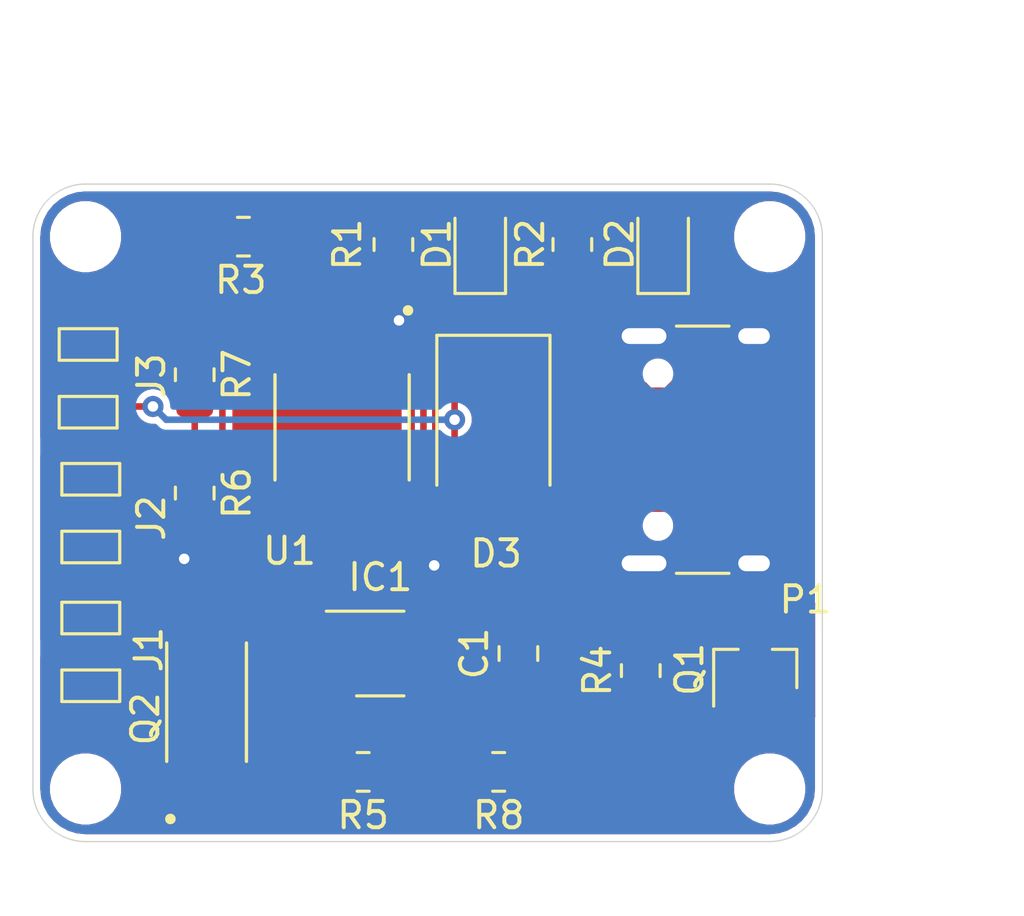
<source format=kicad_pcb>
(kicad_pcb (version 20171130) (host pcbnew "(5.1.12)-1")

  (general
    (thickness 1.6)
    (drawings 14)
    (tracks 204)
    (zones 0)
    (modules 24)
    (nets 16)
  )

  (page A4)
  (layers
    (0 F.Cu signal)
    (31 B.Cu signal)
    (32 B.Adhes user)
    (33 F.Adhes user)
    (34 B.Paste user)
    (35 F.Paste user)
    (36 B.SilkS user)
    (37 F.SilkS user)
    (38 B.Mask user)
    (39 F.Mask user)
    (40 Dwgs.User user)
    (41 Cmts.User user)
    (42 Eco1.User user)
    (43 Eco2.User user)
    (44 Edge.Cuts user)
    (45 Margin user)
    (46 B.CrtYd user)
    (47 F.CrtYd user)
    (48 B.Fab user)
    (49 F.Fab user)
  )

  (setup
    (last_trace_width 0.25)
    (trace_clearance 0.2)
    (zone_clearance 0.254)
    (zone_45_only no)
    (trace_min 0.2)
    (via_size 0.8)
    (via_drill 0.4)
    (via_min_size 0.4)
    (via_min_drill 0.3)
    (uvia_size 0.3)
    (uvia_drill 0.1)
    (uvias_allowed no)
    (uvia_min_size 0.2)
    (uvia_min_drill 0.1)
    (edge_width 0.05)
    (segment_width 0.2)
    (pcb_text_width 0.3)
    (pcb_text_size 1.5 1.5)
    (mod_edge_width 0.12)
    (mod_text_size 1 1)
    (mod_text_width 0.15)
    (pad_size 1.524 1.524)
    (pad_drill 0.762)
    (pad_to_mask_clearance 0)
    (aux_axis_origin 0 0)
    (visible_elements 7FFDF7FF)
    (pcbplotparams
      (layerselection 0x010fc_ffffffff)
      (usegerberextensions false)
      (usegerberattributes true)
      (usegerberadvancedattributes true)
      (creategerberjobfile true)
      (excludeedgelayer true)
      (linewidth 0.100000)
      (plotframeref false)
      (viasonmask false)
      (mode 1)
      (useauxorigin false)
      (hpglpennumber 1)
      (hpglpenspeed 20)
      (hpglpendiameter 15.000000)
      (psnegative false)
      (psa4output false)
      (plotreference true)
      (plotvalue true)
      (plotinvisibletext false)
      (padsonsilk false)
      (subtractmaskfromsilk false)
      (outputformat 1)
      (mirror false)
      (drillshape 1)
      (scaleselection 1)
      (outputdirectory ""))
  )

  (net 0 "")
  (net 1 GND)
  (net 2 "Net-(C1-Pad1)")
  (net 3 /BATT-)
  (net 4 "Net-(D1-Pad2)")
  (net 5 /CHRG)
  (net 6 /STDBY)
  (net 7 /VBUS)
  (net 8 VCC)
  (net 9 "Net-(IC1-Pad3)")
  (net 10 "Net-(IC1-Pad2)")
  (net 11 "Net-(IC1-Pad1)")
  (net 12 /BATT+)
  (net 13 /ADC)
  (net 14 "Net-(D2-Pad2)")
  (net 15 "Net-(R3-Pad1)")

  (net_class Default "This is the default net class."
    (clearance 0.2)
    (trace_width 0.25)
    (via_dia 0.8)
    (via_drill 0.4)
    (uvia_dia 0.3)
    (uvia_drill 0.1)
    (add_net /ADC)
    (add_net /BATT+)
    (add_net /BATT-)
    (add_net /CHRG)
    (add_net /STDBY)
    (add_net /VBUS)
    (add_net GND)
    (add_net "Net-(C1-Pad1)")
    (add_net "Net-(D1-Pad2)")
    (add_net "Net-(D2-Pad2)")
    (add_net "Net-(IC1-Pad1)")
    (add_net "Net-(IC1-Pad2)")
    (add_net "Net-(IC1-Pad3)")
    (add_net "Net-(R3-Pad1)")
    (add_net VCC)
  )

  (module Board:USB_C_Receptacle_HRO_TYPE-C-31-M-12 (layer F.Cu) (tedit 63A9AE4A) (tstamp 62FB6D3E)
    (at 158.354 92.1 90)
    (descr "USB Type-C receptacle for USB 2.0 and PD, http://www.krhro.com/uploads/soft/180320/1-1P320120243.pdf")
    (tags "usb usb-c 2.0 pd")
    (path /6238BDD4)
    (attr smd)
    (fp_text reference P1 (at -5.7 3 180) (layer F.SilkS)
      (effects (font (size 1 1) (thickness 0.15)))
    )
    (fp_text value USB_C_Plug_USB2.0 (at 0 5.1 90) (layer F.Fab)
      (effects (font (size 1 1) (thickness 0.15)))
    )
    (fp_text user %R (at 0 0 90) (layer F.Fab)
      (effects (font (size 1 1) (thickness 0.15)))
    )
    (fp_line (start -4.7 -1.9) (end -4.7 0.1) (layer F.SilkS) (width 0.12))
    (fp_line (start 4.7 -1.9) (end 4.7 0.1) (layer F.SilkS) (width 0.12))
    (fp_line (start 5.32 -5.27) (end 5.32 4.15) (layer F.CrtYd) (width 0.05))
    (fp_line (start -5.32 -5.27) (end -5.32 4.15) (layer F.CrtYd) (width 0.05))
    (fp_line (start -5.32 4.15) (end 5.32 4.15) (layer F.CrtYd) (width 0.05))
    (fp_line (start -5.32 -5.27) (end 5.32 -5.27) (layer F.CrtYd) (width 0.05))
    (fp_line (start 4.47 -3.65) (end 4.47 3.65) (layer F.Fab) (width 0.1))
    (fp_line (start -4.47 3.65) (end 4.47 3.65) (layer F.Fab) (width 0.1))
    (fp_line (start -4.47 -3.65) (end -4.47 3.65) (layer F.Fab) (width 0.1))
    (fp_line (start -4.47 -3.65) (end 4.47 -3.65) (layer F.Fab) (width 0.1))
    (pad B1 smd rect (at 3.25 -4.045 90) (size 0.6 1.45) (layers F.Cu F.Paste F.Mask)
      (net 1 GND))
    (pad A9 smd rect (at 2.45 -4.045 90) (size 0.6 1.45) (layers F.Cu F.Paste F.Mask)
      (net 7 /VBUS))
    (pad B9 smd rect (at -2.45 -4.045 90) (size 0.6 1.45) (layers F.Cu F.Paste F.Mask)
      (net 7 /VBUS))
    (pad B12 smd rect (at -3.25 -4.045 90) (size 0.6 1.45) (layers F.Cu F.Paste F.Mask)
      (net 1 GND))
    (pad A1 smd rect (at -3.25 -4.045 90) (size 0.6 1.45) (layers F.Cu F.Paste F.Mask)
      (net 1 GND))
    (pad A4 smd rect (at -2.45 -4.045 90) (size 0.6 1.45) (layers F.Cu F.Paste F.Mask)
      (net 7 /VBUS))
    (pad B4 smd rect (at 2.45 -4.045 90) (size 0.6 1.45) (layers F.Cu F.Paste F.Mask)
      (net 7 /VBUS))
    (pad A12 smd rect (at 3.25 -4.045 90) (size 0.6 1.45) (layers F.Cu F.Paste F.Mask)
      (net 1 GND))
    (pad B8 smd rect (at -1.75 -4.045 90) (size 0.3 1.45) (layers F.Cu F.Paste F.Mask))
    (pad A5 smd rect (at -1.25 -4.045 90) (size 0.3 1.45) (layers F.Cu F.Paste F.Mask))
    (pad B7 smd rect (at -0.75 -4.045 90) (size 0.3 1.45) (layers F.Cu F.Paste F.Mask))
    (pad A7 smd rect (at 0.25 -4.045 90) (size 0.3 1.45) (layers F.Cu F.Paste F.Mask))
    (pad B6 smd rect (at 0.75 -4.045 90) (size 0.3 1.45) (layers F.Cu F.Paste F.Mask))
    (pad A8 smd rect (at 1.25 -4.045 90) (size 0.3 1.45) (layers F.Cu F.Paste F.Mask))
    (pad B5 smd rect (at 1.75 -4.045 90) (size 0.3 1.45) (layers F.Cu F.Paste F.Mask))
    (pad A6 smd rect (at -0.25 -4.045 90) (size 0.3 1.45) (layers F.Cu F.Paste F.Mask))
    (pad S1 thru_hole oval (at 4.32 -3.13 90) (size 1 2.1) (drill oval 0.6 1.7) (layers *.Cu *.Mask)
      (net 1 GND))
    (pad S1 thru_hole oval (at -4.32 -3.13 90) (size 1 2.1) (drill oval 0.6 1.7) (layers *.Cu *.Mask)
      (net 1 GND))
    (pad "" np_thru_hole circle (at -2.89 -2.6 90) (size 0.65 0.65) (drill 0.65) (layers *.Cu *.Mask))
    (pad S1 thru_hole oval (at -4.32 1.05 90) (size 1 1.6) (drill oval 0.6 1.2) (layers *.Cu *.Mask)
      (net 1 GND))
    (pad "" np_thru_hole circle (at 2.89 -2.6 90) (size 0.65 0.65) (drill 0.65) (layers *.Cu *.Mask))
    (pad S1 thru_hole oval (at 4.32 1.05 90) (size 1 1.6) (drill oval 0.6 1.2) (layers *.Cu *.Mask)
      (net 1 GND))
    (model ${KIPRJMOD}/library/3d-models/USB-TYPE-C.step
      (offset (xyz 0 -1 0))
      (scale (xyz 1 1 1))
      (rotate (xyz -90 0 0))
    )
  )

  (module MountingHole:MountingHole_2.2mm_M2 (layer F.Cu) (tedit 56D1B4CB) (tstamp 63A34A40)
    (at 134 105)
    (descr "Mounting Hole 2.2mm, no annular, M2")
    (tags "mounting hole 2.2mm no annular m2")
    (path /63B2C767)
    (attr virtual)
    (fp_text reference H4 (at 0 4) (layer Dwgs.User)
      (effects (font (size 1 1) (thickness 0.15)))
    )
    (fp_text value MountingHole (at 0 3.2) (layer F.Fab)
      (effects (font (size 1 1) (thickness 0.15)))
    )
    (fp_circle (center 0 0) (end 2.45 0) (layer F.CrtYd) (width 0.05))
    (fp_circle (center 0 0) (end 2.2 0) (layer Cmts.User) (width 0.15))
    (fp_text user %R (at 0.3 0) (layer F.Fab)
      (effects (font (size 1 1) (thickness 0.15)))
    )
    (pad 1 np_thru_hole circle (at 0 0) (size 2.2 2.2) (drill 2.2) (layers *.Cu *.Mask))
  )

  (module MountingHole:MountingHole_2.2mm_M2 (layer F.Cu) (tedit 56D1B4CB) (tstamp 63A34A38)
    (at 160 105)
    (descr "Mounting Hole 2.2mm, no annular, M2")
    (tags "mounting hole 2.2mm no annular m2")
    (path /63B2C359)
    (attr virtual)
    (fp_text reference H3 (at 0 4) (layer Dwgs.User)
      (effects (font (size 1 1) (thickness 0.15)))
    )
    (fp_text value MountingHole (at 0 3.2) (layer F.Fab)
      (effects (font (size 1 1) (thickness 0.15)))
    )
    (fp_circle (center 0 0) (end 2.45 0) (layer F.CrtYd) (width 0.05))
    (fp_circle (center 0 0) (end 2.2 0) (layer Cmts.User) (width 0.15))
    (fp_text user %R (at 0.3 0) (layer F.Fab)
      (effects (font (size 1 1) (thickness 0.15)))
    )
    (pad 1 np_thru_hole circle (at 0 0) (size 2.2 2.2) (drill 2.2) (layers *.Cu *.Mask))
  )

  (module MountingHole:MountingHole_2.2mm_M2 (layer F.Cu) (tedit 56D1B4CB) (tstamp 63A34A30)
    (at 160 84)
    (descr "Mounting Hole 2.2mm, no annular, M2")
    (tags "mounting hole 2.2mm no annular m2")
    (path /63B2C9D4)
    (attr virtual)
    (fp_text reference H2 (at 0 -3.2) (layer Dwgs.User)
      (effects (font (size 1 1) (thickness 0.15)))
    )
    (fp_text value MountingHole (at 0 3.2) (layer F.Fab)
      (effects (font (size 1 1) (thickness 0.15)))
    )
    (fp_circle (center 0 0) (end 2.45 0) (layer F.CrtYd) (width 0.05))
    (fp_circle (center 0 0) (end 2.2 0) (layer Cmts.User) (width 0.15))
    (fp_text user %R (at 0.3 0) (layer F.Fab)
      (effects (font (size 1 1) (thickness 0.15)))
    )
    (pad 1 np_thru_hole circle (at 0 0) (size 2.2 2.2) (drill 2.2) (layers *.Cu *.Mask))
  )

  (module MountingHole:MountingHole_2.2mm_M2 (layer F.Cu) (tedit 56D1B4CB) (tstamp 63A34A28)
    (at 134 84)
    (descr "Mounting Hole 2.2mm, no annular, M2")
    (tags "mounting hole 2.2mm no annular m2")
    (path /63B2BB78)
    (attr virtual)
    (fp_text reference H1 (at 0 -3.2) (layer Dwgs.User)
      (effects (font (size 1 1) (thickness 0.15)))
    )
    (fp_text value MountingHole (at 0 3.2) (layer F.Fab)
      (effects (font (size 1 1) (thickness 0.15)))
    )
    (fp_circle (center 0 0) (end 2.45 0) (layer F.CrtYd) (width 0.05))
    (fp_circle (center 0 0) (end 2.2 0) (layer Cmts.User) (width 0.15))
    (fp_text user %R (at 0.3 0) (layer F.Fab)
      (effects (font (size 1 1) (thickness 0.15)))
    )
    (pad 1 np_thru_hole circle (at 0 0) (size 2.2 2.2) (drill 2.2) (layers *.Cu *.Mask))
  )

  (module Board:Wire-Pad-01x02 (layer F.Cu) (tedit 62361640) (tstamp 63A325F3)
    (at 131.1 99.6 90)
    (path /63ADE281)
    (fp_text reference J1 (at -0.1 5.3 90) (layer F.SilkS)
      (effects (font (size 1 1) (thickness 0.15)))
    )
    (fp_text value Conn_01x02 (at 0 -0.5 90) (layer F.Fab)
      (effects (font (size 1 1) (thickness 0.15)))
    )
    (fp_line (start -2.175 4.3) (end -2.175 1.9) (layer F.CrtYd) (width 0.12))
    (fp_line (start -0.775 4.3) (end -2.175 4.3) (layer F.CrtYd) (width 0.12))
    (fp_line (start -0.775 1.9) (end -0.775 4.3) (layer F.CrtYd) (width 0.12))
    (fp_line (start -2.175 1.9) (end -0.775 1.9) (layer F.CrtYd) (width 0.12))
    (fp_line (start -0.875 4.2) (end -2.075 4.2) (layer F.SilkS) (width 0.12))
    (fp_line (start -0.875 2) (end -0.875 4.2) (layer F.SilkS) (width 0.12))
    (fp_line (start -2.075 2) (end -0.875 2) (layer F.SilkS) (width 0.12))
    (fp_line (start -2.075 4.2) (end -2.075 2) (layer F.SilkS) (width 0.12))
    (fp_line (start 1.8 4.3) (end 0.4 4.3) (layer F.CrtYd) (width 0.12))
    (fp_line (start 1.8 1.9) (end 1.8 4.3) (layer F.CrtYd) (width 0.12))
    (fp_line (start 1.7 2) (end 1.7 4.2) (layer F.SilkS) (width 0.12))
    (fp_line (start 0.5 4.2) (end 0.5 2) (layer F.SilkS) (width 0.12))
    (fp_line (start 1.7 4.2) (end 0.5 4.2) (layer F.SilkS) (width 0.12))
    (fp_line (start 0.4 1.9) (end 1.8 1.9) (layer F.CrtYd) (width 0.12))
    (fp_line (start 0.5 2) (end 1.7 2) (layer F.SilkS) (width 0.12))
    (fp_line (start 0.4 4.3) (end 0.4 1.9) (layer F.CrtYd) (width 0.12))
    (pad 2 smd rect (at 1.1 3.1 90) (size 1 2) (layers F.Cu F.Paste F.Mask)
      (net 1 GND))
    (pad 1 smd rect (at -1.475 3.1 90) (size 1 2) (layers F.Cu F.Paste F.Mask)
      (net 13 /ADC))
  )

  (module Board:Wire-Pad-01x02 (layer F.Cu) (tedit 62361640) (tstamp 63A325DD)
    (at 131 89.2 90)
    (path /63A98ABC)
    (fp_text reference J3 (at -0.1 5.5 90) (layer F.SilkS)
      (effects (font (size 1 1) (thickness 0.15)))
    )
    (fp_text value Conn_01x02 (at 0 -0.5 90) (layer F.Fab)
      (effects (font (size 1 1) (thickness 0.15)))
    )
    (fp_line (start -2.175 4.3) (end -2.175 1.9) (layer F.CrtYd) (width 0.12))
    (fp_line (start -0.775 4.3) (end -2.175 4.3) (layer F.CrtYd) (width 0.12))
    (fp_line (start -0.775 1.9) (end -0.775 4.3) (layer F.CrtYd) (width 0.12))
    (fp_line (start -2.175 1.9) (end -0.775 1.9) (layer F.CrtYd) (width 0.12))
    (fp_line (start -0.875 4.2) (end -2.075 4.2) (layer F.SilkS) (width 0.12))
    (fp_line (start -0.875 2) (end -0.875 4.2) (layer F.SilkS) (width 0.12))
    (fp_line (start -2.075 2) (end -0.875 2) (layer F.SilkS) (width 0.12))
    (fp_line (start -2.075 4.2) (end -2.075 2) (layer F.SilkS) (width 0.12))
    (fp_line (start 1.8 4.3) (end 0.4 4.3) (layer F.CrtYd) (width 0.12))
    (fp_line (start 1.8 1.9) (end 1.8 4.3) (layer F.CrtYd) (width 0.12))
    (fp_line (start 1.7 2) (end 1.7 4.2) (layer F.SilkS) (width 0.12))
    (fp_line (start 0.5 4.2) (end 0.5 2) (layer F.SilkS) (width 0.12))
    (fp_line (start 1.7 4.2) (end 0.5 4.2) (layer F.SilkS) (width 0.12))
    (fp_line (start 0.4 1.9) (end 1.8 1.9) (layer F.CrtYd) (width 0.12))
    (fp_line (start 0.5 2) (end 1.7 2) (layer F.SilkS) (width 0.12))
    (fp_line (start 0.4 4.3) (end 0.4 1.9) (layer F.CrtYd) (width 0.12))
    (pad 2 smd rect (at 1.1 3.1 90) (size 1 2) (layers F.Cu F.Paste F.Mask)
      (net 1 GND))
    (pad 1 smd rect (at -1.475 3.1 90) (size 1 2) (layers F.Cu F.Paste F.Mask)
      (net 8 VCC))
  )

  (module Board:SOP127P600X175-9N (layer F.Cu) (tedit 619935A7) (tstamp 62FB6E69)
    (at 143.75 91.25 270)
    (path /61994B2B)
    (fp_text reference U1 (at 4.7 2 180) (layer F.SilkS)
      (effects (font (size 1 1) (thickness 0.15)))
    )
    (fp_text value TP4056 (at 6.825 3.362 90) (layer F.Fab)
      (effects (font (size 1 1) (thickness 0.15)))
    )
    (fp_poly (pts (xy -0.645 -0.82) (xy 0.645 -0.82) (xy 0.645 0.82) (xy -0.645 0.82)) (layer F.Paste) (width 0.01))
    (fp_circle (center -4.445 -2.505) (end -4.345 -2.505) (layer F.SilkS) (width 0.2))
    (fp_circle (center -4.445 -2.505) (end -4.345 -2.505) (layer F.Fab) (width 0.2))
    (fp_line (start -2 -2.55) (end 2 -2.55) (layer F.Fab) (width 0.127))
    (fp_line (start -2 2.55) (end 2 2.55) (layer F.Fab) (width 0.127))
    (fp_line (start -2 -2.55) (end 2 -2.55) (layer F.SilkS) (width 0.127))
    (fp_line (start -2 2.55) (end 2 2.55) (layer F.SilkS) (width 0.127))
    (fp_line (start -2 -2.55) (end -2 2.55) (layer F.Fab) (width 0.127))
    (fp_line (start 2 -2.55) (end 2 2.55) (layer F.Fab) (width 0.127))
    (fp_line (start -3.71 -2.8) (end 3.71 -2.8) (layer F.CrtYd) (width 0.05))
    (fp_line (start -3.71 2.8) (end 3.71 2.8) (layer F.CrtYd) (width 0.05))
    (fp_line (start -3.71 -2.8) (end -3.71 2.8) (layer F.CrtYd) (width 0.05))
    (fp_line (start 3.71 -2.8) (end 3.71 2.8) (layer F.CrtYd) (width 0.05))
    (pad 9 smd rect (at 0 0 270) (size 2.413 3.302) (layers F.Cu F.Mask)
      (net 1 GND))
    (pad 8 smd roundrect (at 2.475 -1.905 270) (size 1.97 0.6) (layers F.Cu F.Paste F.Mask) (roundrect_rratio 0.07000000000000001)
      (net 7 /VBUS))
    (pad 7 smd roundrect (at 2.475 -0.635 270) (size 1.97 0.6) (layers F.Cu F.Paste F.Mask) (roundrect_rratio 0.07000000000000001)
      (net 5 /CHRG))
    (pad 6 smd roundrect (at 2.475 0.635 270) (size 1.97 0.6) (layers F.Cu F.Paste F.Mask) (roundrect_rratio 0.07000000000000001)
      (net 6 /STDBY))
    (pad 5 smd roundrect (at 2.475 1.905 270) (size 1.97 0.6) (layers F.Cu F.Paste F.Mask) (roundrect_rratio 0.07000000000000001)
      (net 12 /BATT+))
    (pad 4 smd roundrect (at -2.475 1.905 270) (size 1.97 0.6) (layers F.Cu F.Paste F.Mask) (roundrect_rratio 0.07000000000000001)
      (net 7 /VBUS))
    (pad 3 smd roundrect (at -2.475 0.635 270) (size 1.97 0.6) (layers F.Cu F.Paste F.Mask) (roundrect_rratio 0.07000000000000001)
      (net 1 GND))
    (pad 2 smd roundrect (at -2.475 -0.635 270) (size 1.97 0.6) (layers F.Cu F.Paste F.Mask) (roundrect_rratio 0.07000000000000001)
      (net 15 "Net-(R3-Pad1)"))
    (pad 1 smd roundrect (at -2.475 -1.905 270) (size 1.97 0.6) (layers F.Cu F.Paste F.Mask) (roundrect_rratio 0.07000000000000001)
      (net 1 GND))
    (model ${KIPRJMOD}/library/3d-models/TP4056.step
      (at (xyz 0 0 0))
      (scale (xyz 1 1 1))
      (rotate (xyz -90 0 0))
    )
  )

  (module Resistor_SMD:R_0805_2012Metric_Pad1.20x1.40mm_HandSolder (layer F.Cu) (tedit 5F68FEEE) (tstamp 62FB6E15)
    (at 149.7 104.35 180)
    (descr "Resistor SMD 0805 (2012 Metric), square (rectangular) end terminal, IPC_7351 nominal with elongated pad for handsoldering. (Body size source: IPC-SM-782 page 72, https://www.pcb-3d.com/wordpress/wp-content/uploads/ipc-sm-782a_amendment_1_and_2.pdf), generated with kicad-footprint-generator")
    (tags "resistor handsolder")
    (path /61A9D27D)
    (attr smd)
    (fp_text reference R8 (at 0 -1.65) (layer F.SilkS)
      (effects (font (size 1 1) (thickness 0.15)))
    )
    (fp_text value 1k (at 0 1.65) (layer F.Fab)
      (effects (font (size 1 1) (thickness 0.15)))
    )
    (fp_line (start -1 0.625) (end -1 -0.625) (layer F.Fab) (width 0.1))
    (fp_line (start -1 -0.625) (end 1 -0.625) (layer F.Fab) (width 0.1))
    (fp_line (start 1 -0.625) (end 1 0.625) (layer F.Fab) (width 0.1))
    (fp_line (start 1 0.625) (end -1 0.625) (layer F.Fab) (width 0.1))
    (fp_line (start -0.227064 -0.735) (end 0.227064 -0.735) (layer F.SilkS) (width 0.12))
    (fp_line (start -0.227064 0.735) (end 0.227064 0.735) (layer F.SilkS) (width 0.12))
    (fp_line (start -1.85 0.95) (end -1.85 -0.95) (layer F.CrtYd) (width 0.05))
    (fp_line (start -1.85 -0.95) (end 1.85 -0.95) (layer F.CrtYd) (width 0.05))
    (fp_line (start 1.85 -0.95) (end 1.85 0.95) (layer F.CrtYd) (width 0.05))
    (fp_line (start 1.85 0.95) (end -1.85 0.95) (layer F.CrtYd) (width 0.05))
    (fp_text user %R (at 0 0) (layer F.Fab)
      (effects (font (size 0.5 0.5) (thickness 0.08)))
    )
    (pad 2 smd roundrect (at 1 0 180) (size 1.2 1.4) (layers F.Cu F.Paste F.Mask) (roundrect_rratio 0.208333)
      (net 10 "Net-(IC1-Pad2)"))
    (pad 1 smd roundrect (at -1 0 180) (size 1.2 1.4) (layers F.Cu F.Paste F.Mask) (roundrect_rratio 0.208333)
      (net 1 GND))
    (model ${KISYS3DMOD}/Resistor_SMD.3dshapes/R_0805_2012Metric.wrl
      (at (xyz 0 0 0))
      (scale (xyz 1 1 1))
      (rotate (xyz 0 0 0))
    )
  )

  (module Resistor_SMD:R_0805_2012Metric_Pad1.20x1.40mm_HandSolder (layer F.Cu) (tedit 5F68FEEE) (tstamp 62FB6E04)
    (at 138.15 89.25 90)
    (descr "Resistor SMD 0805 (2012 Metric), square (rectangular) end terminal, IPC_7351 nominal with elongated pad for handsoldering. (Body size source: IPC-SM-782 page 72, https://www.pcb-3d.com/wordpress/wp-content/uploads/ipc-sm-782a_amendment_1_and_2.pdf), generated with kicad-footprint-generator")
    (tags "resistor handsolder")
    (path /61DCCB85)
    (attr smd)
    (fp_text reference R7 (at 0 1.6 90) (layer F.SilkS)
      (effects (font (size 1 1) (thickness 0.15)))
    )
    (fp_text value 10k (at 0 1.65 90) (layer F.Fab)
      (effects (font (size 1 1) (thickness 0.15)))
    )
    (fp_line (start -1 0.625) (end -1 -0.625) (layer F.Fab) (width 0.1))
    (fp_line (start -1 -0.625) (end 1 -0.625) (layer F.Fab) (width 0.1))
    (fp_line (start 1 -0.625) (end 1 0.625) (layer F.Fab) (width 0.1))
    (fp_line (start 1 0.625) (end -1 0.625) (layer F.Fab) (width 0.1))
    (fp_line (start -0.227064 -0.735) (end 0.227064 -0.735) (layer F.SilkS) (width 0.12))
    (fp_line (start -0.227064 0.735) (end 0.227064 0.735) (layer F.SilkS) (width 0.12))
    (fp_line (start -1.85 0.95) (end -1.85 -0.95) (layer F.CrtYd) (width 0.05))
    (fp_line (start -1.85 -0.95) (end 1.85 -0.95) (layer F.CrtYd) (width 0.05))
    (fp_line (start 1.85 -0.95) (end 1.85 0.95) (layer F.CrtYd) (width 0.05))
    (fp_line (start 1.85 0.95) (end -1.85 0.95) (layer F.CrtYd) (width 0.05))
    (fp_text user %R (at 0 0 90) (layer F.Fab)
      (effects (font (size 0.5 0.5) (thickness 0.08)))
    )
    (pad 2 smd roundrect (at 1 0 90) (size 1.2 1.4) (layers F.Cu F.Paste F.Mask) (roundrect_rratio 0.208333)
      (net 3 /BATT-))
    (pad 1 smd roundrect (at -1 0 90) (size 1.2 1.4) (layers F.Cu F.Paste F.Mask) (roundrect_rratio 0.208333)
      (net 13 /ADC))
    (model ${KISYS3DMOD}/Resistor_SMD.3dshapes/R_0805_2012Metric.wrl
      (at (xyz 0 0 0))
      (scale (xyz 1 1 1))
      (rotate (xyz 0 0 0))
    )
  )

  (module Resistor_SMD:R_0805_2012Metric_Pad1.20x1.40mm_HandSolder (layer F.Cu) (tedit 5F68FEEE) (tstamp 62FB6DF3)
    (at 138.15 93.75 90)
    (descr "Resistor SMD 0805 (2012 Metric), square (rectangular) end terminal, IPC_7351 nominal with elongated pad for handsoldering. (Body size source: IPC-SM-782 page 72, https://www.pcb-3d.com/wordpress/wp-content/uploads/ipc-sm-782a_amendment_1_and_2.pdf), generated with kicad-footprint-generator")
    (tags "resistor handsolder")
    (path /61DCC11A)
    (attr smd)
    (fp_text reference R6 (at 0 1.6 90) (layer F.SilkS)
      (effects (font (size 1 1) (thickness 0.15)))
    )
    (fp_text value 10k (at 0 1.65 90) (layer F.Fab)
      (effects (font (size 1 1) (thickness 0.15)))
    )
    (fp_line (start -1 0.625) (end -1 -0.625) (layer F.Fab) (width 0.1))
    (fp_line (start -1 -0.625) (end 1 -0.625) (layer F.Fab) (width 0.1))
    (fp_line (start 1 -0.625) (end 1 0.625) (layer F.Fab) (width 0.1))
    (fp_line (start 1 0.625) (end -1 0.625) (layer F.Fab) (width 0.1))
    (fp_line (start -0.227064 -0.735) (end 0.227064 -0.735) (layer F.SilkS) (width 0.12))
    (fp_line (start -0.227064 0.735) (end 0.227064 0.735) (layer F.SilkS) (width 0.12))
    (fp_line (start -1.85 0.95) (end -1.85 -0.95) (layer F.CrtYd) (width 0.05))
    (fp_line (start -1.85 -0.95) (end 1.85 -0.95) (layer F.CrtYd) (width 0.05))
    (fp_line (start 1.85 -0.95) (end 1.85 0.95) (layer F.CrtYd) (width 0.05))
    (fp_line (start 1.85 0.95) (end -1.85 0.95) (layer F.CrtYd) (width 0.05))
    (fp_text user %R (at 0 0 90) (layer F.Fab)
      (effects (font (size 0.5 0.5) (thickness 0.08)))
    )
    (pad 2 smd roundrect (at 1 0 90) (size 1.2 1.4) (layers F.Cu F.Paste F.Mask) (roundrect_rratio 0.208333)
      (net 13 /ADC))
    (pad 1 smd roundrect (at -1 0 90) (size 1.2 1.4) (layers F.Cu F.Paste F.Mask) (roundrect_rratio 0.208333)
      (net 12 /BATT+))
    (model ${KISYS3DMOD}/Resistor_SMD.3dshapes/R_0805_2012Metric.wrl
      (at (xyz 0 0 0))
      (scale (xyz 1 1 1))
      (rotate (xyz 0 0 0))
    )
  )

  (module Resistor_SMD:R_0805_2012Metric_Pad1.20x1.40mm_HandSolder (layer F.Cu) (tedit 5F68FEEE) (tstamp 62FB6DE2)
    (at 144.55 104.35 180)
    (descr "Resistor SMD 0805 (2012 Metric), square (rectangular) end terminal, IPC_7351 nominal with elongated pad for handsoldering. (Body size source: IPC-SM-782 page 72, https://www.pcb-3d.com/wordpress/wp-content/uploads/ipc-sm-782a_amendment_1_and_2.pdf), generated with kicad-footprint-generator")
    (tags "resistor handsolder")
    (path /61A90319)
    (attr smd)
    (fp_text reference R5 (at 0 -1.65) (layer F.SilkS)
      (effects (font (size 1 1) (thickness 0.15)))
    )
    (fp_text value 100R (at 0 1.65) (layer F.Fab)
      (effects (font (size 1 1) (thickness 0.15)))
    )
    (fp_line (start -1 0.625) (end -1 -0.625) (layer F.Fab) (width 0.1))
    (fp_line (start -1 -0.625) (end 1 -0.625) (layer F.Fab) (width 0.1))
    (fp_line (start 1 -0.625) (end 1 0.625) (layer F.Fab) (width 0.1))
    (fp_line (start 1 0.625) (end -1 0.625) (layer F.Fab) (width 0.1))
    (fp_line (start -0.227064 -0.735) (end 0.227064 -0.735) (layer F.SilkS) (width 0.12))
    (fp_line (start -0.227064 0.735) (end 0.227064 0.735) (layer F.SilkS) (width 0.12))
    (fp_line (start -1.85 0.95) (end -1.85 -0.95) (layer F.CrtYd) (width 0.05))
    (fp_line (start -1.85 -0.95) (end 1.85 -0.95) (layer F.CrtYd) (width 0.05))
    (fp_line (start 1.85 -0.95) (end 1.85 0.95) (layer F.CrtYd) (width 0.05))
    (fp_line (start 1.85 0.95) (end -1.85 0.95) (layer F.CrtYd) (width 0.05))
    (fp_text user %R (at 0 0) (layer F.Fab)
      (effects (font (size 0.5 0.5) (thickness 0.08)))
    )
    (pad 2 smd roundrect (at 1 0 180) (size 1.2 1.4) (layers F.Cu F.Paste F.Mask) (roundrect_rratio 0.208333)
      (net 2 "Net-(C1-Pad1)"))
    (pad 1 smd roundrect (at -1 0 180) (size 1.2 1.4) (layers F.Cu F.Paste F.Mask) (roundrect_rratio 0.208333)
      (net 12 /BATT+))
    (model ${KISYS3DMOD}/Resistor_SMD.3dshapes/R_0805_2012Metric.wrl
      (at (xyz 0 0 0))
      (scale (xyz 1 1 1))
      (rotate (xyz 0 0 0))
    )
  )

  (module Resistor_SMD:R_0805_2012Metric_Pad1.20x1.40mm_HandSolder (layer F.Cu) (tedit 5F68FEEE) (tstamp 62FB6DD1)
    (at 155.1 100.5 90)
    (descr "Resistor SMD 0805 (2012 Metric), square (rectangular) end terminal, IPC_7351 nominal with elongated pad for handsoldering. (Body size source: IPC-SM-782 page 72, https://www.pcb-3d.com/wordpress/wp-content/uploads/ipc-sm-782a_amendment_1_and_2.pdf), generated with kicad-footprint-generator")
    (tags "resistor handsolder")
    (path /61A4EED8)
    (attr smd)
    (fp_text reference R4 (at 0 -1.65 90) (layer F.SilkS)
      (effects (font (size 1 1) (thickness 0.15)))
    )
    (fp_text value 10k (at 0 1.65 90) (layer F.Fab)
      (effects (font (size 1 1) (thickness 0.15)))
    )
    (fp_line (start -1 0.625) (end -1 -0.625) (layer F.Fab) (width 0.1))
    (fp_line (start -1 -0.625) (end 1 -0.625) (layer F.Fab) (width 0.1))
    (fp_line (start 1 -0.625) (end 1 0.625) (layer F.Fab) (width 0.1))
    (fp_line (start 1 0.625) (end -1 0.625) (layer F.Fab) (width 0.1))
    (fp_line (start -0.227064 -0.735) (end 0.227064 -0.735) (layer F.SilkS) (width 0.12))
    (fp_line (start -0.227064 0.735) (end 0.227064 0.735) (layer F.SilkS) (width 0.12))
    (fp_line (start -1.85 0.95) (end -1.85 -0.95) (layer F.CrtYd) (width 0.05))
    (fp_line (start -1.85 -0.95) (end 1.85 -0.95) (layer F.CrtYd) (width 0.05))
    (fp_line (start 1.85 -0.95) (end 1.85 0.95) (layer F.CrtYd) (width 0.05))
    (fp_line (start 1.85 0.95) (end -1.85 0.95) (layer F.CrtYd) (width 0.05))
    (fp_text user %R (at 0 0 90) (layer F.Fab)
      (effects (font (size 0.5 0.5) (thickness 0.08)))
    )
    (pad 2 smd roundrect (at 1 0 90) (size 1.2 1.4) (layers F.Cu F.Paste F.Mask) (roundrect_rratio 0.208333)
      (net 1 GND))
    (pad 1 smd roundrect (at -1 0 90) (size 1.2 1.4) (layers F.Cu F.Paste F.Mask) (roundrect_rratio 0.208333)
      (net 7 /VBUS))
    (model ${KISYS3DMOD}/Resistor_SMD.3dshapes/R_0805_2012Metric.wrl
      (at (xyz 0 0 0))
      (scale (xyz 1 1 1))
      (rotate (xyz 0 0 0))
    )
  )

  (module Resistor_SMD:R_0805_2012Metric_Pad1.20x1.40mm_HandSolder (layer F.Cu) (tedit 5F68FEEE) (tstamp 62FB6DC0)
    (at 140 84 180)
    (descr "Resistor SMD 0805 (2012 Metric), square (rectangular) end terminal, IPC_7351 nominal with elongated pad for handsoldering. (Body size source: IPC-SM-782 page 72, https://www.pcb-3d.com/wordpress/wp-content/uploads/ipc-sm-782a_amendment_1_and_2.pdf), generated with kicad-footprint-generator")
    (tags "resistor handsolder")
    (path /6199F776)
    (attr smd)
    (fp_text reference R3 (at 0.1 -1.65) (layer F.SilkS)
      (effects (font (size 1 1) (thickness 0.15)))
    )
    (fp_text value 1.2k (at 0 1.65) (layer F.Fab)
      (effects (font (size 1 1) (thickness 0.15)))
    )
    (fp_line (start -1 0.625) (end -1 -0.625) (layer F.Fab) (width 0.1))
    (fp_line (start -1 -0.625) (end 1 -0.625) (layer F.Fab) (width 0.1))
    (fp_line (start 1 -0.625) (end 1 0.625) (layer F.Fab) (width 0.1))
    (fp_line (start 1 0.625) (end -1 0.625) (layer F.Fab) (width 0.1))
    (fp_line (start -0.227064 -0.735) (end 0.227064 -0.735) (layer F.SilkS) (width 0.12))
    (fp_line (start -0.227064 0.735) (end 0.227064 0.735) (layer F.SilkS) (width 0.12))
    (fp_line (start -1.85 0.95) (end -1.85 -0.95) (layer F.CrtYd) (width 0.05))
    (fp_line (start -1.85 -0.95) (end 1.85 -0.95) (layer F.CrtYd) (width 0.05))
    (fp_line (start 1.85 -0.95) (end 1.85 0.95) (layer F.CrtYd) (width 0.05))
    (fp_line (start 1.85 0.95) (end -1.85 0.95) (layer F.CrtYd) (width 0.05))
    (fp_text user %R (at 0 0) (layer F.Fab)
      (effects (font (size 0.5 0.5) (thickness 0.08)))
    )
    (pad 2 smd roundrect (at 1 0 180) (size 1.2 1.4) (layers F.Cu F.Paste F.Mask) (roundrect_rratio 0.208333)
      (net 1 GND))
    (pad 1 smd roundrect (at -1 0 180) (size 1.2 1.4) (layers F.Cu F.Paste F.Mask) (roundrect_rratio 0.208333)
      (net 15 "Net-(R3-Pad1)"))
    (model ${KISYS3DMOD}/Resistor_SMD.3dshapes/R_0805_2012Metric.wrl
      (at (xyz 0 0 0))
      (scale (xyz 1 1 1))
      (rotate (xyz 0 0 0))
    )
  )

  (module Resistor_SMD:R_0805_2012Metric_Pad1.20x1.40mm_HandSolder (layer F.Cu) (tedit 5F68FEEE) (tstamp 62FB6DAF)
    (at 152.5 84.3 270)
    (descr "Resistor SMD 0805 (2012 Metric), square (rectangular) end terminal, IPC_7351 nominal with elongated pad for handsoldering. (Body size source: IPC-SM-782 page 72, https://www.pcb-3d.com/wordpress/wp-content/uploads/ipc-sm-782a_amendment_1_and_2.pdf), generated with kicad-footprint-generator")
    (tags "resistor handsolder")
    (path /619979BF)
    (attr smd)
    (fp_text reference R2 (at 0 1.6 90) (layer F.SilkS)
      (effects (font (size 1 1) (thickness 0.15)))
    )
    (fp_text value 1k (at 0 1.65 90) (layer F.Fab)
      (effects (font (size 1 1) (thickness 0.15)))
    )
    (fp_line (start -1 0.625) (end -1 -0.625) (layer F.Fab) (width 0.1))
    (fp_line (start -1 -0.625) (end 1 -0.625) (layer F.Fab) (width 0.1))
    (fp_line (start 1 -0.625) (end 1 0.625) (layer F.Fab) (width 0.1))
    (fp_line (start 1 0.625) (end -1 0.625) (layer F.Fab) (width 0.1))
    (fp_line (start -0.227064 -0.735) (end 0.227064 -0.735) (layer F.SilkS) (width 0.12))
    (fp_line (start -0.227064 0.735) (end 0.227064 0.735) (layer F.SilkS) (width 0.12))
    (fp_line (start -1.85 0.95) (end -1.85 -0.95) (layer F.CrtYd) (width 0.05))
    (fp_line (start -1.85 -0.95) (end 1.85 -0.95) (layer F.CrtYd) (width 0.05))
    (fp_line (start 1.85 -0.95) (end 1.85 0.95) (layer F.CrtYd) (width 0.05))
    (fp_line (start 1.85 0.95) (end -1.85 0.95) (layer F.CrtYd) (width 0.05))
    (fp_text user %R (at 0 0 90) (layer F.Fab)
      (effects (font (size 0.5 0.5) (thickness 0.08)))
    )
    (pad 2 smd roundrect (at 1 0 270) (size 1.2 1.4) (layers F.Cu F.Paste F.Mask) (roundrect_rratio 0.208333)
      (net 14 "Net-(D2-Pad2)"))
    (pad 1 smd roundrect (at -1 0 270) (size 1.2 1.4) (layers F.Cu F.Paste F.Mask) (roundrect_rratio 0.208333)
      (net 7 /VBUS))
    (model ${KISYS3DMOD}/Resistor_SMD.3dshapes/R_0805_2012Metric.wrl
      (at (xyz 0 0 0))
      (scale (xyz 1 1 1))
      (rotate (xyz 0 0 0))
    )
  )

  (module Resistor_SMD:R_0805_2012Metric_Pad1.20x1.40mm_HandSolder (layer F.Cu) (tedit 5F68FEEE) (tstamp 62FB6D9E)
    (at 145.7 84.3 270)
    (descr "Resistor SMD 0805 (2012 Metric), square (rectangular) end terminal, IPC_7351 nominal with elongated pad for handsoldering. (Body size source: IPC-SM-782 page 72, https://www.pcb-3d.com/wordpress/wp-content/uploads/ipc-sm-782a_amendment_1_and_2.pdf), generated with kicad-footprint-generator")
    (tags "resistor handsolder")
    (path /619958ED)
    (attr smd)
    (fp_text reference R1 (at 0 1.75 90) (layer F.SilkS)
      (effects (font (size 1 1) (thickness 0.15)))
    )
    (fp_text value 1k (at 0 1.65 90) (layer F.Fab)
      (effects (font (size 1 1) (thickness 0.15)))
    )
    (fp_line (start -1 0.625) (end -1 -0.625) (layer F.Fab) (width 0.1))
    (fp_line (start -1 -0.625) (end 1 -0.625) (layer F.Fab) (width 0.1))
    (fp_line (start 1 -0.625) (end 1 0.625) (layer F.Fab) (width 0.1))
    (fp_line (start 1 0.625) (end -1 0.625) (layer F.Fab) (width 0.1))
    (fp_line (start -0.227064 -0.735) (end 0.227064 -0.735) (layer F.SilkS) (width 0.12))
    (fp_line (start -0.227064 0.735) (end 0.227064 0.735) (layer F.SilkS) (width 0.12))
    (fp_line (start -1.85 0.95) (end -1.85 -0.95) (layer F.CrtYd) (width 0.05))
    (fp_line (start -1.85 -0.95) (end 1.85 -0.95) (layer F.CrtYd) (width 0.05))
    (fp_line (start 1.85 -0.95) (end 1.85 0.95) (layer F.CrtYd) (width 0.05))
    (fp_line (start 1.85 0.95) (end -1.85 0.95) (layer F.CrtYd) (width 0.05))
    (fp_text user %R (at 0 0 90) (layer F.Fab)
      (effects (font (size 0.5 0.5) (thickness 0.08)))
    )
    (pad 2 smd roundrect (at 1 0 270) (size 1.2 1.4) (layers F.Cu F.Paste F.Mask) (roundrect_rratio 0.208333)
      (net 4 "Net-(D1-Pad2)"))
    (pad 1 smd roundrect (at -1 0 270) (size 1.2 1.4) (layers F.Cu F.Paste F.Mask) (roundrect_rratio 0.208333)
      (net 7 /VBUS))
    (model ${KISYS3DMOD}/Resistor_SMD.3dshapes/R_0805_2012Metric.wrl
      (at (xyz 0 0 0))
      (scale (xyz 1 1 1))
      (rotate (xyz 0 0 0))
    )
  )

  (module Board:SOP65P640X120-8N (layer F.Cu) (tedit 619A4791) (tstamp 62FB6D6B)
    (at 138.6 101.7 90)
    (path /61A73178)
    (fp_text reference Q2 (at -0.635 -2.327 90) (layer F.SilkS)
      (effects (font (size 1 1) (thickness 0.15)))
    )
    (fp_text value FS8205A (at 6.35 2.327 90) (layer F.Fab)
      (effects (font (size 1 1) (thickness 0.15)))
    )
    (fp_circle (center -4.44 -1.375) (end -4.34 -1.375) (layer F.SilkS) (width 0.2))
    (fp_circle (center -4.44 -1.375) (end -4.34 -1.375) (layer F.Fab) (width 0.2))
    (fp_line (start -2.25 -1.515) (end 2.25 -1.515) (layer F.Fab) (width 0.127))
    (fp_line (start -2.25 1.515) (end 2.25 1.515) (layer F.Fab) (width 0.127))
    (fp_line (start -2.25 -1.515) (end 2.25 -1.515) (layer F.SilkS) (width 0.127))
    (fp_line (start -2.25 1.515) (end 2.25 1.515) (layer F.SilkS) (width 0.127))
    (fp_line (start -2.25 -1.515) (end -2.25 1.515) (layer F.Fab) (width 0.127))
    (fp_line (start 2.25 -1.515) (end 2.25 1.515) (layer F.Fab) (width 0.127))
    (fp_line (start -3.91 -1.765) (end 3.91 -1.765) (layer F.CrtYd) (width 0.05))
    (fp_line (start -3.91 1.765) (end 3.91 1.765) (layer F.CrtYd) (width 0.05))
    (fp_line (start -3.91 -1.765) (end -3.91 1.765) (layer F.CrtYd) (width 0.05))
    (fp_line (start 3.91 -1.765) (end 3.91 1.765) (layer F.CrtYd) (width 0.05))
    (pad 8 smd roundrect (at 2.88 -0.975 90) (size 1.56 0.4) (layers F.Cu F.Paste F.Mask) (roundrect_rratio 0.05))
    (pad 7 smd roundrect (at 2.88 -0.325 90) (size 1.56 0.4) (layers F.Cu F.Paste F.Mask) (roundrect_rratio 0.05)
      (net 1 GND))
    (pad 6 smd roundrect (at 2.88 0.325 90) (size 1.56 0.4) (layers F.Cu F.Paste F.Mask) (roundrect_rratio 0.05)
      (net 1 GND))
    (pad 5 smd roundrect (at 2.88 0.975 90) (size 1.56 0.4) (layers F.Cu F.Paste F.Mask) (roundrect_rratio 0.05)
      (net 9 "Net-(IC1-Pad3)"))
    (pad 4 smd roundrect (at -2.88 0.975 90) (size 1.56 0.4) (layers F.Cu F.Paste F.Mask) (roundrect_rratio 0.05)
      (net 11 "Net-(IC1-Pad1)"))
    (pad 3 smd roundrect (at -2.88 0.325 90) (size 1.56 0.4) (layers F.Cu F.Paste F.Mask) (roundrect_rratio 0.05)
      (net 3 /BATT-))
    (pad 2 smd roundrect (at -2.88 -0.325 90) (size 1.56 0.4) (layers F.Cu F.Paste F.Mask) (roundrect_rratio 0.05)
      (net 3 /BATT-))
    (pad 1 smd roundrect (at -2.88 -0.975 90) (size 1.56 0.4) (layers F.Cu F.Paste F.Mask) (roundrect_rratio 0.05))
    (model ${KIPRJMOD}/library/3d-models/FS8205A.step
      (at (xyz 0 0 0))
      (scale (xyz 1 1 1))
      (rotate (xyz -90 0 90))
    )
  )

  (module Package_TO_SOT_SMD:SOT-23 (layer F.Cu) (tedit 5A02FF57) (tstamp 62FB6D53)
    (at 159.45 100.45 90)
    (descr "SOT-23, Standard")
    (tags SOT-23)
    (path /61A47D24)
    (attr smd)
    (fp_text reference Q1 (at 0 -2.5 90) (layer F.SilkS)
      (effects (font (size 1 1) (thickness 0.15)))
    )
    (fp_text value AO3401A (at 0 2.5 90) (layer F.Fab)
      (effects (font (size 1 1) (thickness 0.15)))
    )
    (fp_line (start -0.7 -0.95) (end -0.7 1.5) (layer F.Fab) (width 0.1))
    (fp_line (start -0.15 -1.52) (end 0.7 -1.52) (layer F.Fab) (width 0.1))
    (fp_line (start -0.7 -0.95) (end -0.15 -1.52) (layer F.Fab) (width 0.1))
    (fp_line (start 0.7 -1.52) (end 0.7 1.52) (layer F.Fab) (width 0.1))
    (fp_line (start -0.7 1.52) (end 0.7 1.52) (layer F.Fab) (width 0.1))
    (fp_line (start 0.76 1.58) (end 0.76 0.65) (layer F.SilkS) (width 0.12))
    (fp_line (start 0.76 -1.58) (end 0.76 -0.65) (layer F.SilkS) (width 0.12))
    (fp_line (start -1.7 -1.75) (end 1.7 -1.75) (layer F.CrtYd) (width 0.05))
    (fp_line (start 1.7 -1.75) (end 1.7 1.75) (layer F.CrtYd) (width 0.05))
    (fp_line (start 1.7 1.75) (end -1.7 1.75) (layer F.CrtYd) (width 0.05))
    (fp_line (start -1.7 1.75) (end -1.7 -1.75) (layer F.CrtYd) (width 0.05))
    (fp_line (start 0.76 -1.58) (end -1.4 -1.58) (layer F.SilkS) (width 0.12))
    (fp_line (start 0.76 1.58) (end -0.7 1.58) (layer F.SilkS) (width 0.12))
    (fp_text user %R (at 0 0) (layer F.Fab)
      (effects (font (size 0.5 0.5) (thickness 0.075)))
    )
    (pad 3 smd rect (at 1 0 90) (size 0.9 0.8) (layers F.Cu F.Paste F.Mask)
      (net 12 /BATT+))
    (pad 2 smd rect (at -1 0.95 90) (size 0.9 0.8) (layers F.Cu F.Paste F.Mask)
      (net 8 VCC))
    (pad 1 smd rect (at -1 -0.95 90) (size 0.9 0.8) (layers F.Cu F.Paste F.Mask)
      (net 7 /VBUS))
    (model ${KISYS3DMOD}/Package_TO_SOT_SMD.3dshapes/SOT-23.wrl
      (at (xyz 0 0 0))
      (scale (xyz 1 1 1))
      (rotate (xyz 0 0 0))
    )
  )

  (module Board:Wire-Pad-01x02 (layer F.Cu) (tedit 62361640) (tstamp 62FB6CFD)
    (at 137.3 94.7 270)
    (path /62436ED4)
    (fp_text reference J2 (at 0 0.8 270) (layer F.SilkS)
      (effects (font (size 1 1) (thickness 0.15)))
    )
    (fp_text value Conn_01x02 (at 0 -1.65 90) (layer F.Fab)
      (effects (font (size 1 1) (thickness 0.15)))
    )
    (fp_line (start 0.4 4.3) (end 0.4 1.9) (layer F.CrtYd) (width 0.12))
    (fp_line (start 0.5 2) (end 1.7 2) (layer F.SilkS) (width 0.12))
    (fp_line (start 0.4 1.9) (end 1.8 1.9) (layer F.CrtYd) (width 0.12))
    (fp_line (start 1.7 4.2) (end 0.5 4.2) (layer F.SilkS) (width 0.12))
    (fp_line (start 0.5 4.2) (end 0.5 2) (layer F.SilkS) (width 0.12))
    (fp_line (start 1.7 2) (end 1.7 4.2) (layer F.SilkS) (width 0.12))
    (fp_line (start 1.8 1.9) (end 1.8 4.3) (layer F.CrtYd) (width 0.12))
    (fp_line (start 1.8 4.3) (end 0.4 4.3) (layer F.CrtYd) (width 0.12))
    (fp_line (start -2.075 4.2) (end -2.075 2) (layer F.SilkS) (width 0.12))
    (fp_line (start -2.075 2) (end -0.875 2) (layer F.SilkS) (width 0.12))
    (fp_line (start -0.875 2) (end -0.875 4.2) (layer F.SilkS) (width 0.12))
    (fp_line (start -0.875 4.2) (end -2.075 4.2) (layer F.SilkS) (width 0.12))
    (fp_line (start -2.175 1.9) (end -0.775 1.9) (layer F.CrtYd) (width 0.12))
    (fp_line (start -0.775 1.9) (end -0.775 4.3) (layer F.CrtYd) (width 0.12))
    (fp_line (start -0.775 4.3) (end -2.175 4.3) (layer F.CrtYd) (width 0.12))
    (fp_line (start -2.175 4.3) (end -2.175 1.9) (layer F.CrtYd) (width 0.12))
    (pad 2 smd rect (at 1.1 3.1 270) (size 1 2) (layers F.Cu F.Paste F.Mask)
      (net 3 /BATT-))
    (pad 1 smd rect (at -1.475 3.1 270) (size 1 2) (layers F.Cu F.Paste F.Mask)
      (net 12 /BATT+))
  )

  (module Package_TO_SOT_SMD:SOT-23-6_Handsoldering (layer F.Cu) (tedit 5A02FF57) (tstamp 62FB6CE7)
    (at 145.2 99.85)
    (descr "6-pin SOT-23 package, Handsoldering")
    (tags "SOT-23-6 Handsoldering")
    (path /61A7289D)
    (attr smd)
    (fp_text reference IC1 (at 0 -2.9) (layer F.SilkS)
      (effects (font (size 1 1) (thickness 0.15)))
    )
    (fp_text value DW01A (at 0 2.9) (layer F.Fab)
      (effects (font (size 1 1) (thickness 0.15)))
    )
    (fp_line (start -0.9 1.61) (end 0.9 1.61) (layer F.SilkS) (width 0.12))
    (fp_line (start 0.9 -1.61) (end -2.05 -1.61) (layer F.SilkS) (width 0.12))
    (fp_line (start -2.4 1.8) (end -2.4 -1.8) (layer F.CrtYd) (width 0.05))
    (fp_line (start 2.4 1.8) (end -2.4 1.8) (layer F.CrtYd) (width 0.05))
    (fp_line (start 2.4 -1.8) (end 2.4 1.8) (layer F.CrtYd) (width 0.05))
    (fp_line (start -2.4 -1.8) (end 2.4 -1.8) (layer F.CrtYd) (width 0.05))
    (fp_line (start -0.9 -0.9) (end -0.25 -1.55) (layer F.Fab) (width 0.1))
    (fp_line (start 0.9 -1.55) (end -0.25 -1.55) (layer F.Fab) (width 0.1))
    (fp_line (start -0.9 -0.9) (end -0.9 1.55) (layer F.Fab) (width 0.1))
    (fp_line (start 0.9 1.55) (end -0.9 1.55) (layer F.Fab) (width 0.1))
    (fp_line (start 0.9 -1.55) (end 0.9 1.55) (layer F.Fab) (width 0.1))
    (fp_text user %R (at 0 0 90) (layer F.Fab)
      (effects (font (size 0.5 0.5) (thickness 0.075)))
    )
    (pad 5 smd rect (at 1.35 0) (size 1.56 0.65) (layers F.Cu F.Paste F.Mask)
      (net 2 "Net-(C1-Pad1)"))
    (pad 6 smd rect (at 1.35 -0.95) (size 1.56 0.65) (layers F.Cu F.Paste F.Mask)
      (net 3 /BATT-))
    (pad 4 smd rect (at 1.35 0.95) (size 1.56 0.65) (layers F.Cu F.Paste F.Mask))
    (pad 3 smd rect (at -1.35 0.95) (size 1.56 0.65) (layers F.Cu F.Paste F.Mask)
      (net 9 "Net-(IC1-Pad3)"))
    (pad 2 smd rect (at -1.35 0) (size 1.56 0.65) (layers F.Cu F.Paste F.Mask)
      (net 10 "Net-(IC1-Pad2)"))
    (pad 1 smd rect (at -1.35 -0.95) (size 1.56 0.65) (layers F.Cu F.Paste F.Mask)
      (net 11 "Net-(IC1-Pad1)"))
    (model ${KISYS3DMOD}/Package_TO_SOT_SMD.3dshapes/SOT-23-6.wrl
      (at (xyz 0 0 0))
      (scale (xyz 1 1 1))
      (rotate (xyz 0 0 0))
    )
  )

  (module Diode_SMD:D_SMB (layer F.Cu) (tedit 58645DF3) (tstamp 62FB6CD1)
    (at 149.5 91.3 270)
    (descr "Diode SMB (DO-214AA)")
    (tags "Diode SMB (DO-214AA)")
    (path /61A4897E)
    (attr smd)
    (fp_text reference D3 (at 4.75 -0.1) (layer F.SilkS)
      (effects (font (size 1 1) (thickness 0.15)))
    )
    (fp_text value SS14 (at 0 3.1 90) (layer F.Fab)
      (effects (font (size 1 1) (thickness 0.15)))
    )
    (fp_line (start -3.55 -2.15) (end -3.55 2.15) (layer F.SilkS) (width 0.12))
    (fp_line (start 2.3 2) (end -2.3 2) (layer F.Fab) (width 0.1))
    (fp_line (start -2.3 2) (end -2.3 -2) (layer F.Fab) (width 0.1))
    (fp_line (start 2.3 -2) (end 2.3 2) (layer F.Fab) (width 0.1))
    (fp_line (start 2.3 -2) (end -2.3 -2) (layer F.Fab) (width 0.1))
    (fp_line (start -3.65 -2.25) (end 3.65 -2.25) (layer F.CrtYd) (width 0.05))
    (fp_line (start 3.65 -2.25) (end 3.65 2.25) (layer F.CrtYd) (width 0.05))
    (fp_line (start 3.65 2.25) (end -3.65 2.25) (layer F.CrtYd) (width 0.05))
    (fp_line (start -3.65 2.25) (end -3.65 -2.25) (layer F.CrtYd) (width 0.05))
    (fp_line (start -0.64944 0.00102) (end -1.55114 0.00102) (layer F.Fab) (width 0.1))
    (fp_line (start 0.50118 0.00102) (end 1.4994 0.00102) (layer F.Fab) (width 0.1))
    (fp_line (start -0.64944 -0.79908) (end -0.64944 0.80112) (layer F.Fab) (width 0.1))
    (fp_line (start 0.50118 0.75032) (end 0.50118 -0.79908) (layer F.Fab) (width 0.1))
    (fp_line (start -0.64944 0.00102) (end 0.50118 0.75032) (layer F.Fab) (width 0.1))
    (fp_line (start -0.64944 0.00102) (end 0.50118 -0.79908) (layer F.Fab) (width 0.1))
    (fp_line (start -3.55 2.15) (end 2.15 2.15) (layer F.SilkS) (width 0.12))
    (fp_line (start -3.55 -2.15) (end 2.15 -2.15) (layer F.SilkS) (width 0.12))
    (fp_text user %R (at 0 -3 90) (layer F.Fab)
      (effects (font (size 1 1) (thickness 0.15)))
    )
    (pad 2 smd rect (at 2.15 0 270) (size 2.5 2.3) (layers F.Cu F.Paste F.Mask)
      (net 7 /VBUS))
    (pad 1 smd rect (at -2.15 0 270) (size 2.5 2.3) (layers F.Cu F.Paste F.Mask)
      (net 8 VCC))
    (model ${KISYS3DMOD}/Diode_SMD.3dshapes/D_SMB.wrl
      (at (xyz 0 0 0))
      (scale (xyz 1 1 1))
      (rotate (xyz 0 0 0))
    )
  )

  (module LED_SMD:LED_0805_2012Metric_Pad1.15x1.40mm_HandSolder (layer F.Cu) (tedit 5F68FEF1) (tstamp 62FB6CB9)
    (at 155.95 84.3 90)
    (descr "LED SMD 0805 (2012 Metric), square (rectangular) end terminal, IPC_7351 nominal, (Body size source: https://docs.google.com/spreadsheets/d/1BsfQQcO9C6DZCsRaXUlFlo91Tg2WpOkGARC1WS5S8t0/edit?usp=sharing), generated with kicad-footprint-generator")
    (tags "LED handsolder")
    (path /619979C5)
    (attr smd)
    (fp_text reference D2 (at 0 -1.65 90) (layer F.SilkS)
      (effects (font (size 1 1) (thickness 0.15)))
    )
    (fp_text value LED-BLUE (at 0 1.65 90) (layer F.Fab)
      (effects (font (size 1 1) (thickness 0.15)))
    )
    (fp_line (start 1 -0.6) (end -0.7 -0.6) (layer F.Fab) (width 0.1))
    (fp_line (start -0.7 -0.6) (end -1 -0.3) (layer F.Fab) (width 0.1))
    (fp_line (start -1 -0.3) (end -1 0.6) (layer F.Fab) (width 0.1))
    (fp_line (start -1 0.6) (end 1 0.6) (layer F.Fab) (width 0.1))
    (fp_line (start 1 0.6) (end 1 -0.6) (layer F.Fab) (width 0.1))
    (fp_line (start 1 -0.96) (end -1.86 -0.96) (layer F.SilkS) (width 0.12))
    (fp_line (start -1.86 -0.96) (end -1.86 0.96) (layer F.SilkS) (width 0.12))
    (fp_line (start -1.86 0.96) (end 1 0.96) (layer F.SilkS) (width 0.12))
    (fp_line (start -1.85 0.95) (end -1.85 -0.95) (layer F.CrtYd) (width 0.05))
    (fp_line (start -1.85 -0.95) (end 1.85 -0.95) (layer F.CrtYd) (width 0.05))
    (fp_line (start 1.85 -0.95) (end 1.85 0.95) (layer F.CrtYd) (width 0.05))
    (fp_line (start 1.85 0.95) (end -1.85 0.95) (layer F.CrtYd) (width 0.05))
    (fp_text user %R (at 0 0 90) (layer F.Fab)
      (effects (font (size 0.5 0.5) (thickness 0.08)))
    )
    (pad 2 smd roundrect (at 1.025 0 90) (size 1.15 1.4) (layers F.Cu F.Paste F.Mask) (roundrect_rratio 0.217391)
      (net 14 "Net-(D2-Pad2)"))
    (pad 1 smd roundrect (at -1.025 0 90) (size 1.15 1.4) (layers F.Cu F.Paste F.Mask) (roundrect_rratio 0.217391)
      (net 6 /STDBY))
    (model ${KISYS3DMOD}/LED_SMD.3dshapes/LED_0805_2012Metric.wrl
      (at (xyz 0 0 0))
      (scale (xyz 1 1 1))
      (rotate (xyz 0 0 0))
    )
  )

  (module LED_SMD:LED_0805_2012Metric_Pad1.15x1.40mm_HandSolder (layer F.Cu) (tedit 5F68FEF1) (tstamp 62FB6CA6)
    (at 149 84.3 90)
    (descr "LED SMD 0805 (2012 Metric), square (rectangular) end terminal, IPC_7351 nominal, (Body size source: https://docs.google.com/spreadsheets/d/1BsfQQcO9C6DZCsRaXUlFlo91Tg2WpOkGARC1WS5S8t0/edit?usp=sharing), generated with kicad-footprint-generator")
    (tags "LED handsolder")
    (path /61995CCB)
    (attr smd)
    (fp_text reference D1 (at 0 -1.65 90) (layer F.SilkS)
      (effects (font (size 1 1) (thickness 0.15)))
    )
    (fp_text value LED-RED (at 0 1.65 90) (layer F.Fab)
      (effects (font (size 1 1) (thickness 0.15)))
    )
    (fp_line (start 1 -0.6) (end -0.7 -0.6) (layer F.Fab) (width 0.1))
    (fp_line (start -0.7 -0.6) (end -1 -0.3) (layer F.Fab) (width 0.1))
    (fp_line (start -1 -0.3) (end -1 0.6) (layer F.Fab) (width 0.1))
    (fp_line (start -1 0.6) (end 1 0.6) (layer F.Fab) (width 0.1))
    (fp_line (start 1 0.6) (end 1 -0.6) (layer F.Fab) (width 0.1))
    (fp_line (start 1 -0.96) (end -1.86 -0.96) (layer F.SilkS) (width 0.12))
    (fp_line (start -1.86 -0.96) (end -1.86 0.96) (layer F.SilkS) (width 0.12))
    (fp_line (start -1.86 0.96) (end 1 0.96) (layer F.SilkS) (width 0.12))
    (fp_line (start -1.85 0.95) (end -1.85 -0.95) (layer F.CrtYd) (width 0.05))
    (fp_line (start -1.85 -0.95) (end 1.85 -0.95) (layer F.CrtYd) (width 0.05))
    (fp_line (start 1.85 -0.95) (end 1.85 0.95) (layer F.CrtYd) (width 0.05))
    (fp_line (start 1.85 0.95) (end -1.85 0.95) (layer F.CrtYd) (width 0.05))
    (fp_text user %R (at 0 0 90) (layer F.Fab)
      (effects (font (size 0.5 0.5) (thickness 0.08)))
    )
    (pad 2 smd roundrect (at 1.025 0 90) (size 1.15 1.4) (layers F.Cu F.Paste F.Mask) (roundrect_rratio 0.217391)
      (net 4 "Net-(D1-Pad2)"))
    (pad 1 smd roundrect (at -1.025 0 90) (size 1.15 1.4) (layers F.Cu F.Paste F.Mask) (roundrect_rratio 0.217391)
      (net 5 /CHRG))
    (model ${KISYS3DMOD}/LED_SMD.3dshapes/LED_0805_2012Metric.wrl
      (at (xyz 0 0 0))
      (scale (xyz 1 1 1))
      (rotate (xyz 0 0 0))
    )
  )

  (module Capacitor_SMD:C_0805_2012Metric_Pad1.18x1.45mm_HandSolder (layer F.Cu) (tedit 5F68FEEF) (tstamp 62FB6C7B)
    (at 150.45 99.85 90)
    (descr "Capacitor SMD 0805 (2012 Metric), square (rectangular) end terminal, IPC_7351 nominal with elongated pad for handsoldering. (Body size source: IPC-SM-782 page 76, https://www.pcb-3d.com/wordpress/wp-content/uploads/ipc-sm-782a_amendment_1_and_2.pdf, https://docs.google.com/spreadsheets/d/1BsfQQcO9C6DZCsRaXUlFlo91Tg2WpOkGARC1WS5S8t0/edit?usp=sharing), generated with kicad-footprint-generator")
    (tags "capacitor handsolder")
    (path /61A910D8)
    (attr smd)
    (fp_text reference C1 (at 0 -1.68 90) (layer F.SilkS)
      (effects (font (size 1 1) (thickness 0.15)))
    )
    (fp_text value 0.1uF (at 0 1.68 90) (layer F.Fab)
      (effects (font (size 1 1) (thickness 0.15)))
    )
    (fp_line (start -1 0.625) (end -1 -0.625) (layer F.Fab) (width 0.1))
    (fp_line (start -1 -0.625) (end 1 -0.625) (layer F.Fab) (width 0.1))
    (fp_line (start 1 -0.625) (end 1 0.625) (layer F.Fab) (width 0.1))
    (fp_line (start 1 0.625) (end -1 0.625) (layer F.Fab) (width 0.1))
    (fp_line (start -0.261252 -0.735) (end 0.261252 -0.735) (layer F.SilkS) (width 0.12))
    (fp_line (start -0.261252 0.735) (end 0.261252 0.735) (layer F.SilkS) (width 0.12))
    (fp_line (start -1.88 0.98) (end -1.88 -0.98) (layer F.CrtYd) (width 0.05))
    (fp_line (start -1.88 -0.98) (end 1.88 -0.98) (layer F.CrtYd) (width 0.05))
    (fp_line (start 1.88 -0.98) (end 1.88 0.98) (layer F.CrtYd) (width 0.05))
    (fp_line (start 1.88 0.98) (end -1.88 0.98) (layer F.CrtYd) (width 0.05))
    (fp_text user %R (at 0 0 90) (layer F.Fab)
      (effects (font (size 0.5 0.5) (thickness 0.08)))
    )
    (pad 2 smd roundrect (at 1.0375 0 90) (size 1.175 1.45) (layers F.Cu F.Paste F.Mask) (roundrect_rratio 0.212766)
      (net 3 /BATT-))
    (pad 1 smd roundrect (at -1.0375 0 90) (size 1.175 1.45) (layers F.Cu F.Paste F.Mask) (roundrect_rratio 0.212766)
      (net 2 "Net-(C1-Pad1)"))
    (model ${KISYS3DMOD}/Capacitor_SMD.3dshapes/C_0805_2012Metric.wrl
      (at (xyz 0 0 0))
      (scale (xyz 1 1 1))
      (rotate (xyz 0 0 0))
    )
  )

  (dimension 30 (width 0.15) (layer Dwgs.User)
    (gr_text "30.000 mm" (at 147 75.7) (layer Dwgs.User)
      (effects (font (size 1 1) (thickness 0.15)))
    )
    (feature1 (pts (xy 132 82) (xy 132 76.413579)))
    (feature2 (pts (xy 162 82) (xy 162 76.413579)))
    (crossbar (pts (xy 162 77) (xy 132 77)))
    (arrow1a (pts (xy 132 77) (xy 133.126504 76.413579)))
    (arrow1b (pts (xy 132 77) (xy 133.126504 77.586421)))
    (arrow2a (pts (xy 162 77) (xy 160.873496 76.413579)))
    (arrow2b (pts (xy 162 77) (xy 160.873496 77.586421)))
  )
  (gr_line (start 160 82) (end 134 82) (layer Edge.Cuts) (width 0.05) (tstamp 63A36237))
  (gr_line (start 134 107) (end 160 107) (layer Edge.Cuts) (width 0.05) (tstamp 63A36236))
  (gr_line (start 132 107) (end 162 107) (layer Dwgs.User) (width 0.15))
  (gr_line (start 162 82) (end 132 82) (layer Dwgs.User) (width 0.15) (tstamp 63A36235))
  (gr_arc (start 160 105) (end 160 107) (angle -90) (layer Edge.Cuts) (width 0.05))
  (gr_arc (start 134 105) (end 132 105) (angle -90) (layer Edge.Cuts) (width 0.05))
  (gr_arc (start 134 84) (end 134 82) (angle -90) (layer Edge.Cuts) (width 0.05))
  (gr_arc (start 160 84) (end 162 84) (angle -90) (layer Edge.Cuts) (width 0.05))
  (gr_line (start 162 105) (end 162 84) (layer Edge.Cuts) (width 0.05))
  (gr_line (start 132 84) (end 132 105) (layer Edge.Cuts) (width 0.05))
  (gr_line (start 132 107) (end 132 82) (layer Dwgs.User) (width 0.15))
  (dimension 25 (width 0.15) (layer Dwgs.User)
    (gr_text "25.000 mm" (at 168.3 94.5 270) (layer Dwgs.User)
      (effects (font (size 1 1) (thickness 0.15)))
    )
    (feature1 (pts (xy 162 107) (xy 167.586421 107)))
    (feature2 (pts (xy 162 82) (xy 167.586421 82)))
    (crossbar (pts (xy 167 82) (xy 167 107)))
    (arrow1a (pts (xy 167 107) (xy 166.413579 105.873496)))
    (arrow1b (pts (xy 167 107) (xy 167.586421 105.873496)))
    (arrow2a (pts (xy 167 82) (xy 166.413579 83.126504)))
    (arrow2b (pts (xy 167 82) (xy 167.586421 83.126504)))
  )
  (gr_line (start 162 82) (end 162 107) (layer Dwgs.User) (width 0.15) (tstamp 63A3314A))

  (segment (start 150.7 104.35) (end 149.1927 105.8573) (width 0.25) (layer F.Cu) (net 1))
  (segment (start 149.1927 105.8573) (end 140.2862 105.8573) (width 0.25) (layer F.Cu) (net 1))
  (segment (start 140.2862 105.8573) (end 140.1287 105.6998) (width 0.25) (layer F.Cu) (net 1))
  (segment (start 140.1287 105.6998) (end 140.1287 100.8386) (width 0.25) (layer F.Cu) (net 1))
  (segment (start 140.1287 100.8386) (end 138.925 99.6349) (width 0.25) (layer F.Cu) (net 1))
  (segment (start 138.925 99.6349) (end 138.925 98.82) (width 0.25) (layer F.Cu) (net 1))
  (segment (start 145.655 88.775) (end 145.655 87.44) (width 0.25) (layer F.Cu) (net 1))
  (segment (start 145.655 87.44) (end 145.9117 87.1833) (width 0.25) (layer F.Cu) (net 1))
  (segment (start 154.77 87.78) (end 146.5084 87.78) (width 0.25) (layer B.Cu) (net 1))
  (segment (start 146.5084 87.78) (end 145.9117 87.1833) (width 0.25) (layer B.Cu) (net 1))
  (segment (start 158.95 87.78) (end 156.1453 87.78) (width 0.25) (layer B.Cu) (net 1))
  (segment (start 154.77 87.78) (end 156.1453 87.78) (width 0.25) (layer B.Cu) (net 1))
  (segment (start 158.95 96.42) (end 158.95 87.78) (width 0.25) (layer B.Cu) (net 1))
  (segment (start 138.925 98.82) (end 138.275 98.82) (width 0.25) (layer F.Cu) (net 1))
  (segment (start 154.0637 102.7037) (end 152.4174 104.35) (width 0.25) (layer F.Cu) (net 1))
  (segment (start 152.4174 104.35) (end 150.7 104.35) (width 0.25) (layer F.Cu) (net 1))
  (segment (start 154.0637 102.7037) (end 154.0637 100.5363) (width 0.25) (layer F.Cu) (net 1))
  (segment (start 154.0637 100.5363) (end 155.1 99.5) (width 0.25) (layer F.Cu) (net 1))
  (segment (start 160.0753 96.42) (end 161.603 97.9477) (width 0.25) (layer F.Cu) (net 1))
  (segment (start 161.603 97.9477) (end 161.603 102.2445) (width 0.25) (layer F.Cu) (net 1))
  (segment (start 161.603 102.2445) (end 161.1438 102.7037) (width 0.25) (layer F.Cu) (net 1))
  (segment (start 161.1438 102.7037) (end 154.0637 102.7037) (width 0.25) (layer F.Cu) (net 1))
  (segment (start 158.95 96.42) (end 160.0753 96.42) (width 0.25) (layer F.Cu) (net 1))
  (segment (start 154.77 96.42) (end 153.855 95.505) (width 0.25) (layer F.Cu) (net 1))
  (segment (start 153.855 95.505) (end 153.855 95.35) (width 0.25) (layer F.Cu) (net 1))
  (segment (start 143.115 90.101) (end 143.115 88.775) (width 0.25) (layer F.Cu) (net 1))
  (segment (start 143.75 90.6199) (end 143.6339 90.6199) (width 0.25) (layer F.Cu) (net 1))
  (segment (start 143.6339 90.6199) (end 143.115 90.101) (width 0.25) (layer F.Cu) (net 1))
  (segment (start 143.75 91.25) (end 143.75 90.6199) (width 0.25) (layer F.Cu) (net 1))
  (segment (start 145.655 88.775) (end 145.655 89.2257) (width 0.25) (layer F.Cu) (net 1))
  (segment (start 144.2608 90.6199) (end 143.75 90.6199) (width 0.25) (layer F.Cu) (net 1))
  (segment (start 138.8511 87.3236) (end 136.2017 87.3236) (width 0.25) (layer F.Cu) (net 1))
  (segment (start 136.2017 87.3236) (end 135.4253 88.1) (width 0.25) (layer F.Cu) (net 1))
  (segment (start 139 84) (end 138.8511 84.1489) (width 0.25) (layer F.Cu) (net 1))
  (segment (start 138.8511 84.1489) (end 138.8511 87.3236) (width 0.25) (layer F.Cu) (net 1))
  (segment (start 134.1 88.1) (end 135.4253 88.1) (width 0.25) (layer F.Cu) (net 1))
  (segment (start 158.95 96.42) (end 156.1453 96.42) (width 0.25) (layer B.Cu) (net 1))
  (segment (start 154.77 96.42) (end 156.1453 96.42) (width 0.25) (layer B.Cu) (net 1))
  (via (at 145.9117 87.1833) (size 0.8) (layers F.Cu B.Cu) (net 1))
  (segment (start 136.1536 100.4536) (end 134.2 98.5) (width 0.25) (layer F.Cu) (net 1))
  (segment (start 136.1536 104.5516) (end 136.1536 100.4536) (width 0.25) (layer F.Cu) (net 1))
  (segment (start 153.855 88.85) (end 153.855 88.695) (width 0.25) (layer F.Cu) (net 1))
  (segment (start 145.655 89.345) (end 143.75 91.25) (width 0.25) (layer F.Cu) (net 1))
  (segment (start 145.655 88.775) (end 145.655 89.345) (width 0.25) (layer F.Cu) (net 1))
  (segment (start 137.4593 105.8573) (end 140.2862 105.8573) (width 0.25) (layer F.Cu) (net 1))
  (segment (start 136.1536 104.5516) (end 137.4593 105.8573) (width 0.25) (layer F.Cu) (net 1))
  (via (at 137.75 96.25) (size 0.8) (drill 0.4) (layers F.Cu B.Cu) (net 1))
  (via (at 147.25 96.5) (size 0.8) (drill 0.4) (layers F.Cu B.Cu) (net 1))
  (segment (start 146.55 99.85) (end 145.4447 99.85) (width 0.25) (layer F.Cu) (net 2))
  (segment (start 145.4447 99.85) (end 145.4447 102.4553) (width 0.25) (layer F.Cu) (net 2))
  (segment (start 145.4447 102.4553) (end 143.55 104.35) (width 0.25) (layer F.Cu) (net 2))
  (segment (start 150.45 100.8875) (end 149.4125 99.85) (width 0.25) (layer F.Cu) (net 2))
  (segment (start 149.4125 99.85) (end 146.55 99.85) (width 0.25) (layer F.Cu) (net 2))
  (segment (start 136.604 100.7973) (end 138.275 102.4683) (width 0.25) (layer F.Cu) (net 3))
  (segment (start 138.275 102.4683) (end 138.275 104.58) (width 0.25) (layer F.Cu) (net 3))
  (segment (start 145.4447 98.9) (end 143.7978 97.2531) (width 0.25) (layer F.Cu) (net 3))
  (segment (start 143.7978 97.2531) (end 136.604 97.2531) (width 0.25) (layer F.Cu) (net 3))
  (segment (start 146.55 98.9) (end 145.4447 98.9) (width 0.25) (layer F.Cu) (net 3))
  (segment (start 138.925 104.58) (end 138.275 104.58) (width 0.25) (layer F.Cu) (net 3))
  (segment (start 132.8746 94.4746) (end 134.2 95.8) (width 0.25) (layer F.Cu) (net 3))
  (segment (start 132.8746 92.5493) (end 132.8746 94.4746) (width 0.25) (layer F.Cu) (net 3))
  (segment (start 133.0243 92.3996) (end 132.8746 92.5493) (width 0.25) (layer F.Cu) (net 3))
  (segment (start 135.6401 92.3996) (end 133.0243 92.3996) (width 0.25) (layer F.Cu) (net 3))
  (segment (start 136.9208 93.6803) (end 135.6401 92.3996) (width 0.25) (layer F.Cu) (net 3))
  (segment (start 138.8659 93.6803) (end 136.9208 93.6803) (width 0.25) (layer F.Cu) (net 3))
  (segment (start 139.2017 93.3445) (end 138.8659 93.6803) (width 0.25) (layer F.Cu) (net 3))
  (segment (start 139.2017 89.3017) (end 139.2017 93.3445) (width 0.25) (layer F.Cu) (net 3))
  (segment (start 138.15 88.25) (end 139.2017 89.3017) (width 0.25) (layer F.Cu) (net 3))
  (segment (start 134.2 95.8) (end 134.2 96.2) (width 0.25) (layer F.Cu) (net 3))
  (segment (start 135.2531 97.2531) (end 136.604 97.2531) (width 0.25) (layer F.Cu) (net 3))
  (segment (start 134.2 96.2) (end 135.2531 97.2531) (width 0.25) (layer F.Cu) (net 3))
  (segment (start 136.60361 98.60361) (end 135.2531 97.2531) (width 0.25) (layer F.Cu) (net 3))
  (segment (start 136.60361 100.60361) (end 136.60361 98.60361) (width 0.25) (layer F.Cu) (net 3))
  (segment (start 136.604 100.604) (end 136.60361 100.60361) (width 0.25) (layer F.Cu) (net 3))
  (segment (start 136.604 100.7973) (end 136.604 100.604) (width 0.25) (layer F.Cu) (net 3))
  (segment (start 150.3625 98.9) (end 150.45 98.8125) (width 0.25) (layer F.Cu) (net 3))
  (segment (start 146.55 98.9) (end 150.3625 98.9) (width 0.25) (layer F.Cu) (net 3))
  (segment (start 149 83.275) (end 147.725 83.275) (width 0.25) (layer F.Cu) (net 4))
  (segment (start 147.725 83.275) (end 145.7 85.3) (width 0.25) (layer F.Cu) (net 4))
  (segment (start 149 85.325) (end 149 85.7951) (width 0.25) (layer F.Cu) (net 5))
  (segment (start 149 85.7951) (end 146.8417 87.9534) (width 0.25) (layer F.Cu) (net 5))
  (segment (start 146.8417 87.9534) (end 146.8417 94.3039) (width 0.25) (layer F.Cu) (net 5))
  (segment (start 146.8417 94.3039) (end 146.1034 95.0422) (width 0.25) (layer F.Cu) (net 5))
  (segment (start 146.1034 95.0422) (end 145.2458 95.0422) (width 0.25) (layer F.Cu) (net 5))
  (segment (start 145.2458 95.0422) (end 144.385 94.1814) (width 0.25) (layer F.Cu) (net 5))
  (segment (start 144.385 94.1814) (end 144.385 93.725) (width 0.25) (layer F.Cu) (net 5))
  (segment (start 143.115 93.725) (end 143.115 94.2357) (width 0.25) (layer F.Cu) (net 6))
  (segment (start 143.115 94.2357) (end 144.3763 95.497) (width 0.25) (layer F.Cu) (net 6))
  (segment (start 144.3763 95.497) (end 146.3147 95.497) (width 0.25) (layer F.Cu) (net 6))
  (segment (start 146.3147 95.497) (end 147.2922 94.5195) (width 0.25) (layer F.Cu) (net 6))
  (segment (start 147.2922 94.5195) (end 147.2922 88.4673) (width 0.25) (layer F.Cu) (net 6))
  (segment (start 147.2922 88.4673) (end 149.0828 86.6767) (width 0.25) (layer F.Cu) (net 6))
  (segment (start 149.0828 86.6767) (end 154.5983 86.6767) (width 0.25) (layer F.Cu) (net 6))
  (segment (start 154.5983 86.6767) (end 155.95 85.325) (width 0.25) (layer F.Cu) (net 6))
  (segment (start 151.4264 84.3736) (end 152.5 83.3) (width 0.25) (layer F.Cu) (net 7))
  (segment (start 146.6834 86.2733) (end 146.6834 86.0353) (width 0.25) (layer F.Cu) (net 7))
  (segment (start 146.6834 86.0353) (end 148.3451 84.3736) (width 0.25) (layer F.Cu) (net 7))
  (segment (start 148.3451 84.3736) (end 151.4264 84.3736) (width 0.25) (layer F.Cu) (net 7))
  (segment (start 154.5027 89.65) (end 153.855 89.65) (width 0.25) (layer F.Cu) (net 7))
  (segment (start 146.6834 86.2733) (end 146.6834 87.4748) (width 0.25) (layer F.Cu) (net 7))
  (segment (start 146.6834 87.4748) (end 146.3914 87.7668) (width 0.25) (layer F.Cu) (net 7))
  (segment (start 146.3914 87.7668) (end 146.3914 92.9886) (width 0.25) (layer F.Cu) (net 7))
  (segment (start 146.3914 92.9886) (end 145.655 93.725) (width 0.25) (layer F.Cu) (net 7))
  (segment (start 144.6264 84.3736) (end 144.6264 85.8486) (width 0.25) (layer F.Cu) (net 7))
  (segment (start 144.6264 85.8486) (end 145.0511 86.2733) (width 0.25) (layer F.Cu) (net 7))
  (segment (start 145.0511 86.2733) (end 146.6834 86.2733) (width 0.25) (layer F.Cu) (net 7))
  (segment (start 149.5 93.45) (end 150.9753 93.45) (width 0.25) (layer F.Cu) (net 7))
  (segment (start 150.9753 93.45) (end 152.0753 94.55) (width 0.25) (layer F.Cu) (net 7))
  (segment (start 152.0753 94.55) (end 153.855 94.55) (width 0.25) (layer F.Cu) (net 7))
  (segment (start 154.6845 94.55) (end 153.855 94.55) (width 0.25) (layer F.Cu) (net 7))
  (segment (start 144.6264 84.3736) (end 145.7 83.3) (width 0.25) (layer F.Cu) (net 7))
  (segment (start 144.6264 84.3736) (end 143.2007 82.9479) (width 0.25) (layer F.Cu) (net 7))
  (segment (start 143.2007 82.9479) (end 140.3973 82.9479) (width 0.25) (layer F.Cu) (net 7))
  (segment (start 140.3973 82.9479) (end 140.0593 83.2859) (width 0.25) (layer F.Cu) (net 7))
  (segment (start 140.0593 83.2859) (end 140.0593 86.9893) (width 0.25) (layer F.Cu) (net 7))
  (segment (start 140.0593 86.9893) (end 141.845 88.775) (width 0.25) (layer F.Cu) (net 7))
  (segment (start 158.45 101.5) (end 158.5 101.45) (width 0.25) (layer F.Cu) (net 7))
  (segment (start 155.1 101.5) (end 158.45 101.5) (width 0.25) (layer F.Cu) (net 7))
  (segment (start 159.2754 102.2254) (end 158.5 101.45) (width 0.25) (layer F.Cu) (net 7))
  (segment (start 161.1254 99.1603) (end 161.1254 102.0852) (width 0.25) (layer F.Cu) (net 7))
  (segment (start 159.7966 97.8315) (end 161.1254 99.1603) (width 0.25) (layer F.Cu) (net 7))
  (segment (start 160.9852 102.2254) (end 159.2754 102.2254) (width 0.25) (layer F.Cu) (net 7))
  (segment (start 158.8457 97.8315) (end 159.7966 97.8315) (width 0.25) (layer F.Cu) (net 7))
  (segment (start 161.1254 102.0852) (end 160.9852 102.2254) (width 0.25) (layer F.Cu) (net 7))
  (segment (start 157.82499 96.81079) (end 157.82499 95.07499) (width 0.25) (layer F.Cu) (net 7))
  (segment (start 158.8457 97.8315) (end 157.82499 96.81079) (width 0.25) (layer F.Cu) (net 7))
  (segment (start 156.9865 84.7231) (end 156.9865 88.939502) (width 0.25) (layer F.Cu) (net 7))
  (segment (start 155.2376 84.4058) (end 156.6692 84.4058) (width 0.25) (layer F.Cu) (net 7))
  (segment (start 153.417 86.2264) (end 155.2376 84.4058) (width 0.25) (layer F.Cu) (net 7))
  (segment (start 151.8113 86.2264) (end 153.417 86.2264) (width 0.25) (layer F.Cu) (net 7))
  (segment (start 151.4264 85.8415) (end 151.8113 86.2264) (width 0.25) (layer F.Cu) (net 7))
  (segment (start 156.6692 84.4058) (end 156.9865 84.7231) (width 0.25) (layer F.Cu) (net 7))
  (segment (start 151.4264 84.3736) (end 151.4264 85.8415) (width 0.25) (layer F.Cu) (net 7))
  (segment (start 150.9753 92.223698) (end 150.9753 93.45) (width 0.25) (layer F.Cu) (net 7))
  (segment (start 153.323999 89.874999) (end 150.9753 92.223698) (width 0.25) (layer F.Cu) (net 7))
  (segment (start 154.519001 94.339999) (end 154.309 94.55) (width 0.25) (layer F.Cu) (net 7))
  (segment (start 157.089999 94.339999) (end 154.519001 94.339999) (width 0.25) (layer F.Cu) (net 7))
  (segment (start 157.82499 95.07499) (end 157.089999 94.339999) (width 0.25) (layer F.Cu) (net 7))
  (segment (start 154.084001 89.874999) (end 154.309 89.65) (width 0.25) (layer F.Cu) (net 7))
  (segment (start 153.323999 89.874999) (end 154.084001 89.874999) (width 0.25) (layer F.Cu) (net 7))
  (segment (start 156.066001 89.860001) (end 156.9865 88.939502) (width 0.25) (layer F.Cu) (net 7))
  (segment (start 155.441999 89.860001) (end 156.066001 89.860001) (width 0.25) (layer F.Cu) (net 7))
  (segment (start 155.231998 89.65) (end 155.441999 89.860001) (width 0.25) (layer F.Cu) (net 7))
  (segment (start 154.309 89.65) (end 155.231998 89.65) (width 0.25) (layer F.Cu) (net 7))
  (segment (start 148.0247 90.9603) (end 148.0247 94.8483) (width 0.25) (layer F.Cu) (net 8))
  (segment (start 148.0247 94.8483) (end 148.5347 95.3583) (width 0.25) (layer F.Cu) (net 8))
  (segment (start 148.5347 95.3583) (end 150.1011 95.3583) (width 0.25) (layer F.Cu) (net 8))
  (segment (start 150.1011 95.3583) (end 151.9881 97.2453) (width 0.25) (layer F.Cu) (net 8))
  (segment (start 151.9881 97.2453) (end 157.1569 97.2453) (width 0.25) (layer F.Cu) (net 8))
  (segment (start 157.1569 97.2453) (end 158.4184 98.5068) (width 0.25) (layer F.Cu) (net 8))
  (segment (start 158.4184 98.5068) (end 159.835 98.5068) (width 0.25) (layer F.Cu) (net 8))
  (segment (start 159.835 98.5068) (end 160.4 99.0718) (width 0.25) (layer F.Cu) (net 8))
  (segment (start 160.4 99.0718) (end 160.4 101.45) (width 0.25) (layer F.Cu) (net 8))
  (segment (start 148.0247 89.15) (end 148.0247 90.9603) (width 0.25) (layer F.Cu) (net 8))
  (segment (start 136.562 90.4567) (end 137.0656 90.9603) (width 0.25) (layer B.Cu) (net 8))
  (segment (start 137.0656 90.9603) (end 148.0247 90.9603) (width 0.25) (layer B.Cu) (net 8))
  (segment (start 149.5 89.15) (end 148.0247 89.15) (width 0.25) (layer F.Cu) (net 8))
  (via (at 136.562 90.4567) (size 0.8) (layers F.Cu B.Cu) (net 8))
  (via (at 148.0247 90.9603) (size 0.8) (layers F.Cu B.Cu) (net 8))
  (segment (start 134.3183 90.4567) (end 134.1 90.675) (width 0.25) (layer F.Cu) (net 8))
  (segment (start 136.562 90.4567) (end 134.3183 90.4567) (width 0.25) (layer F.Cu) (net 8))
  (segment (start 143.85 100.8) (end 141.555 100.8) (width 0.25) (layer F.Cu) (net 9))
  (segment (start 141.555 100.8) (end 139.575 98.82) (width 0.25) (layer F.Cu) (net 9))
  (segment (start 148.7 104.35) (end 147.6448 105.4052) (width 0.25) (layer F.Cu) (net 10))
  (segment (start 147.6448 105.4052) (end 142.9003 105.4052) (width 0.25) (layer F.Cu) (net 10))
  (segment (start 142.9003 105.4052) (end 142.6185 105.1234) (width 0.25) (layer F.Cu) (net 10))
  (segment (start 142.6185 105.1234) (end 142.6185 103.6057) (width 0.25) (layer F.Cu) (net 10))
  (segment (start 142.6185 103.6057) (end 144.9553 101.2689) (width 0.25) (layer F.Cu) (net 10))
  (segment (start 144.9553 101.2689) (end 144.9553 99.85) (width 0.25) (layer F.Cu) (net 10))
  (segment (start 143.85 99.85) (end 144.9553 99.85) (width 0.25) (layer F.Cu) (net 10))
  (segment (start 139.575 104.58) (end 139.575 102.2489) (width 0.25) (layer F.Cu) (net 11))
  (segment (start 139.575 102.2489) (end 137.0591 99.733) (width 0.25) (layer F.Cu) (net 11))
  (segment (start 137.0591 99.733) (end 137.0591 97.8965) (width 0.25) (layer F.Cu) (net 11))
  (segment (start 137.0591 97.8965) (end 137.2466 97.709) (width 0.25) (layer F.Cu) (net 11))
  (segment (start 137.2466 97.709) (end 141.5537 97.709) (width 0.25) (layer F.Cu) (net 11))
  (segment (start 141.5537 97.709) (end 142.7447 98.9) (width 0.25) (layer F.Cu) (net 11))
  (segment (start 143.85 98.9) (end 142.7447 98.9) (width 0.25) (layer F.Cu) (net 11))
  (segment (start 134.2 93.225) (end 134.2 94.0503) (width 0.25) (layer F.Cu) (net 12))
  (segment (start 134.2 94.0503) (end 134.8997 94.75) (width 0.25) (layer F.Cu) (net 12))
  (segment (start 134.8997 94.75) (end 138.15 94.75) (width 0.25) (layer F.Cu) (net 12))
  (segment (start 151.5378 98.5717) (end 151.5378 98.1984) (width 0.25) (layer F.Cu) (net 12))
  (segment (start 151.5378 98.1984) (end 150.9158 97.5764) (width 0.25) (layer F.Cu) (net 12))
  (segment (start 150.9158 97.5764) (end 145.1878 97.5764) (width 0.25) (layer F.Cu) (net 12))
  (segment (start 145.1878 97.5764) (end 141.5907 93.9793) (width 0.25) (layer F.Cu) (net 12))
  (segment (start 145.55 104.35) (end 147.1782 102.7218) (width 0.25) (layer F.Cu) (net 12))
  (segment (start 147.1782 102.7218) (end 150.2644 102.7218) (width 0.25) (layer F.Cu) (net 12))
  (segment (start 150.2644 102.7218) (end 151.5378 101.4484) (width 0.25) (layer F.Cu) (net 12))
  (segment (start 151.5378 101.4484) (end 151.5378 98.5717) (width 0.25) (layer F.Cu) (net 12))
  (segment (start 158.7247 99.45) (end 157.8464 98.5717) (width 0.25) (layer F.Cu) (net 12))
  (segment (start 157.8464 98.5717) (end 151.5378 98.5717) (width 0.25) (layer F.Cu) (net 12))
  (segment (start 141.5907 93.9793) (end 141.845 93.725) (width 0.25) (layer F.Cu) (net 12))
  (segment (start 138.15 94.75) (end 140.82 94.75) (width 0.25) (layer F.Cu) (net 12))
  (segment (start 140.82 94.75) (end 141.5907 93.9793) (width 0.25) (layer F.Cu) (net 12))
  (segment (start 159.45 99.45) (end 158.7247 99.45) (width 0.25) (layer F.Cu) (net 12))
  (segment (start 138.15 91.9384) (end 138.15 90.25) (width 0.25) (layer F.Cu) (net 13))
  (segment (start 138.15 92.75) (end 138.15 91.9384) (width 0.25) (layer F.Cu) (net 13))
  (segment (start 132.406 99.281) (end 134.2 101.075) (width 0.25) (layer F.Cu) (net 13))
  (segment (start 132.406 92.3462) (end 132.406 99.281) (width 0.25) (layer F.Cu) (net 13))
  (segment (start 132.8138 91.9384) (end 132.406 92.3462) (width 0.25) (layer F.Cu) (net 13))
  (segment (start 138.15 91.9384) (end 132.8138 91.9384) (width 0.25) (layer F.Cu) (net 13))
  (segment (start 152.5 85.3) (end 154.525 83.275) (width 0.25) (layer F.Cu) (net 14))
  (segment (start 154.525 83.275) (end 155.95 83.275) (width 0.25) (layer F.Cu) (net 14))
  (segment (start 141 84) (end 144.385 87.385) (width 0.25) (layer F.Cu) (net 15))
  (segment (start 144.385 87.385) (end 144.385 88.775) (width 0.25) (layer F.Cu) (net 15))

  (zone (net 1) (net_name GND) (layer F.Cu) (tstamp 0) (hatch edge 0.508)
    (connect_pads yes (clearance 0.254))
    (min_thickness 0.254)
    (fill yes (arc_segments 32) (thermal_gap 0.508) (thermal_bridge_width 0.508))
    (polygon
      (pts
        (xy 162 107) (xy 132 107) (xy 132 82) (xy 162 82)
      )
    )
    (filled_polygon
      (pts
        (xy 132.929289 96.570711) (xy 132.987304 96.618322) (xy 133.053492 96.653701) (xy 133.125311 96.675487) (xy 133.2 96.682843)
        (xy 133.967252 96.682843) (xy 134.877728 97.59332) (xy 134.893573 97.612627) (xy 134.912885 97.628476) (xy 136.097611 98.813203)
        (xy 136.09761 100.578764) (xy 136.095163 100.60361) (xy 136.09761 100.628456) (xy 136.09761 100.628463) (xy 136.098 100.632423)
        (xy 136.098 100.772454) (xy 136.095553 100.7973) (xy 136.098 100.822146) (xy 136.098 100.822153) (xy 136.105322 100.896492)
        (xy 136.134255 100.991874) (xy 136.181241 101.079779) (xy 136.244473 101.156827) (xy 136.263785 101.172676) (xy 137.769 102.677892)
        (xy 137.769 103.417157) (xy 137.445 103.417157) (xy 137.366409 103.424898) (xy 137.290839 103.447822) (xy 137.221192 103.485048)
        (xy 137.160147 103.535147) (xy 137.110048 103.596192) (xy 137.072822 103.665839) (xy 137.049898 103.741409) (xy 137.042157 103.82)
        (xy 137.042157 105.34) (xy 137.049898 105.418591) (xy 137.072822 105.494161) (xy 137.110048 105.563808) (xy 137.160147 105.624853)
        (xy 137.221192 105.674952) (xy 137.290839 105.712178) (xy 137.366409 105.735102) (xy 137.445 105.742843) (xy 137.805 105.742843)
        (xy 137.883591 105.735102) (xy 137.95 105.714957) (xy 138.016409 105.735102) (xy 138.095 105.742843) (xy 138.455 105.742843)
        (xy 138.533591 105.735102) (xy 138.6 105.714957) (xy 138.666409 105.735102) (xy 138.745 105.742843) (xy 139.105 105.742843)
        (xy 139.183591 105.735102) (xy 139.25 105.714957) (xy 139.316409 105.735102) (xy 139.395 105.742843) (xy 139.755 105.742843)
        (xy 139.833591 105.735102) (xy 139.909161 105.712178) (xy 139.978808 105.674952) (xy 140.039853 105.624853) (xy 140.089952 105.563808)
        (xy 140.127178 105.494161) (xy 140.150102 105.418591) (xy 140.157843 105.34) (xy 140.157843 103.82) (xy 140.150102 103.741409)
        (xy 140.127178 103.665839) (xy 140.089952 103.596192) (xy 140.081 103.585284) (xy 140.081 102.273754) (xy 140.083448 102.2489)
        (xy 140.073678 102.149707) (xy 140.044745 102.054325) (xy 140.04005 102.045541) (xy 139.997759 101.966421) (xy 139.934527 101.889373)
        (xy 139.91522 101.873528) (xy 137.98178 99.940088) (xy 138.028808 99.914952) (xy 138.089853 99.864853) (xy 138.139952 99.803808)
        (xy 138.177178 99.734161) (xy 138.200102 99.658591) (xy 138.207843 99.58) (xy 138.207843 98.215) (xy 138.992157 98.215)
        (xy 138.992157 99.58) (xy 138.999898 99.658591) (xy 139.022822 99.734161) (xy 139.060048 99.803808) (xy 139.110147 99.864853)
        (xy 139.171192 99.914952) (xy 139.240839 99.952178) (xy 139.316409 99.975102) (xy 139.395 99.982843) (xy 139.755 99.982843)
        (xy 139.833591 99.975102) (xy 139.909161 99.952178) (xy 139.962876 99.923468) (xy 141.179628 101.14022) (xy 141.195473 101.159527)
        (xy 141.272521 101.222759) (xy 141.347563 101.26287) (xy 141.360425 101.269745) (xy 141.455807 101.298678) (xy 141.555 101.308448)
        (xy 141.579854 101.306) (xy 142.734736 101.306) (xy 142.751678 101.337696) (xy 142.799289 101.395711) (xy 142.857304 101.443322)
        (xy 142.923492 101.478701) (xy 142.995311 101.500487) (xy 143.07 101.507843) (xy 144.000765 101.507843) (xy 142.278281 103.230328)
        (xy 142.258974 103.246173) (xy 142.195742 103.323221) (xy 142.170627 103.370208) (xy 142.148755 103.411126) (xy 142.119822 103.506508)
        (xy 142.110053 103.6057) (xy 142.112501 103.630556) (xy 142.1125 105.098553) (xy 142.110053 105.1234) (xy 142.1125 105.148246)
        (xy 142.1125 105.148253) (xy 142.119822 105.222592) (xy 142.148755 105.317974) (xy 142.195741 105.405879) (xy 142.258973 105.482927)
        (xy 142.278285 105.498776) (xy 142.524924 105.745415) (xy 142.540773 105.764727) (xy 142.617821 105.827959) (xy 142.705725 105.874945)
        (xy 142.772133 105.895089) (xy 142.801106 105.903878) (xy 142.810994 105.904852) (xy 142.875446 105.9112) (xy 142.875453 105.9112)
        (xy 142.900299 105.913647) (xy 142.925145 105.9112) (xy 147.619954 105.9112) (xy 147.6448 105.913647) (xy 147.669646 105.9112)
        (xy 147.669654 105.9112) (xy 147.743993 105.903878) (xy 147.839375 105.874945) (xy 147.927279 105.827959) (xy 148.004327 105.764727)
        (xy 148.020176 105.745415) (xy 148.334295 105.431296) (xy 148.349999 105.432843) (xy 149.050001 105.432843) (xy 149.173462 105.420683)
        (xy 149.292179 105.384671) (xy 149.401589 105.32619) (xy 149.497488 105.247488) (xy 149.57619 105.151589) (xy 149.634671 105.042179)
        (xy 149.670683 104.923462) (xy 149.677511 104.854134) (xy 158.519 104.854134) (xy 158.519 105.145866) (xy 158.575914 105.431992)
        (xy 158.687555 105.701517) (xy 158.849632 105.944083) (xy 159.055917 106.150368) (xy 159.298483 106.312445) (xy 159.568008 106.424086)
        (xy 159.854134 106.481) (xy 160.145866 106.481) (xy 160.431992 106.424086) (xy 160.701517 106.312445) (xy 160.944083 106.150368)
        (xy 161.150368 105.944083) (xy 161.312445 105.701517) (xy 161.424086 105.431992) (xy 161.481 105.145866) (xy 161.481 104.854134)
        (xy 161.424086 104.568008) (xy 161.312445 104.298483) (xy 161.150368 104.055917) (xy 160.944083 103.849632) (xy 160.701517 103.687555)
        (xy 160.431992 103.575914) (xy 160.145866 103.519) (xy 159.854134 103.519) (xy 159.568008 103.575914) (xy 159.298483 103.687555)
        (xy 159.055917 103.849632) (xy 158.849632 104.055917) (xy 158.687555 104.298483) (xy 158.575914 104.568008) (xy 158.519 104.854134)
        (xy 149.677511 104.854134) (xy 149.682843 104.800001) (xy 149.682843 103.899999) (xy 149.670683 103.776538) (xy 149.634671 103.657821)
        (xy 149.57619 103.548411) (xy 149.497488 103.452512) (xy 149.401589 103.37381) (xy 149.292179 103.315329) (xy 149.173462 103.279317)
        (xy 149.050001 103.267157) (xy 148.349999 103.267157) (xy 148.226538 103.279317) (xy 148.107821 103.315329) (xy 147.998411 103.37381)
        (xy 147.902512 103.452512) (xy 147.82381 103.548411) (xy 147.765329 103.657821) (xy 147.729317 103.776538) (xy 147.717157 103.899999)
        (xy 147.717157 104.617252) (xy 147.435209 104.8992) (xy 146.523073 104.8992) (xy 146.532843 104.800001) (xy 146.532843 104.082748)
        (xy 147.387792 103.2278) (xy 150.239554 103.2278) (xy 150.2644 103.230247) (xy 150.289246 103.2278) (xy 150.289254 103.2278)
        (xy 150.363593 103.220478) (xy 150.458975 103.191545) (xy 150.546879 103.144559) (xy 150.623927 103.081327) (xy 150.639776 103.062015)
        (xy 151.87802 101.823772) (xy 151.897327 101.807927) (xy 151.960559 101.730879) (xy 152.007545 101.642975) (xy 152.036478 101.547593)
        (xy 152.041386 101.497758) (xy 152.046248 101.4484) (xy 152.0438 101.423546) (xy 152.0438 99.0777) (xy 157.636809 99.0777)
        (xy 158.349328 99.79022) (xy 158.365173 99.809527) (xy 158.442221 99.872759) (xy 158.521158 99.914952) (xy 158.530125 99.919745)
        (xy 158.625507 99.948678) (xy 158.672406 99.953297) (xy 158.674513 99.974689) (xy 158.696299 100.046508) (xy 158.731678 100.112696)
        (xy 158.779289 100.170711) (xy 158.837304 100.218322) (xy 158.903492 100.253701) (xy 158.975311 100.275487) (xy 159.05 100.282843)
        (xy 159.85 100.282843) (xy 159.894001 100.278509) (xy 159.894001 100.634011) (xy 159.853492 100.646299) (xy 159.787304 100.681678)
        (xy 159.729289 100.729289) (xy 159.681678 100.787304) (xy 159.646299 100.853492) (xy 159.624513 100.925311) (xy 159.617157 101)
        (xy 159.617157 101.7194) (xy 159.484992 101.7194) (xy 159.282843 101.517251) (xy 159.282843 101) (xy 159.275487 100.925311)
        (xy 159.253701 100.853492) (xy 159.218322 100.787304) (xy 159.170711 100.729289) (xy 159.112696 100.681678) (xy 159.046508 100.646299)
        (xy 158.974689 100.624513) (xy 158.9 100.617157) (xy 158.1 100.617157) (xy 158.025311 100.624513) (xy 157.953492 100.646299)
        (xy 157.887304 100.681678) (xy 157.829289 100.729289) (xy 157.781678 100.787304) (xy 157.746299 100.853492) (xy 157.724513 100.925311)
        (xy 157.717748 100.994) (xy 156.160813 100.994) (xy 156.134671 100.907821) (xy 156.07619 100.798411) (xy 155.997488 100.702512)
        (xy 155.901589 100.62381) (xy 155.792179 100.565329) (xy 155.673462 100.529317) (xy 155.550001 100.517157) (xy 154.649999 100.517157)
        (xy 154.526538 100.529317) (xy 154.407821 100.565329) (xy 154.298411 100.62381) (xy 154.202512 100.702512) (xy 154.12381 100.798411)
        (xy 154.065329 100.907821) (xy 154.029317 101.026538) (xy 154.017157 101.149999) (xy 154.017157 101.850001) (xy 154.029317 101.973462)
        (xy 154.065329 102.092179) (xy 154.12381 102.201589) (xy 154.202512 102.297488) (xy 154.298411 102.37619) (xy 154.407821 102.434671)
        (xy 154.526538 102.470683) (xy 154.649999 102.482843) (xy 155.550001 102.482843) (xy 155.673462 102.470683) (xy 155.792179 102.434671)
        (xy 155.901589 102.37619) (xy 155.997488 102.297488) (xy 156.07619 102.201589) (xy 156.134671 102.092179) (xy 156.160813 102.006)
        (xy 157.734011 102.006) (xy 157.746299 102.046508) (xy 157.781678 102.112696) (xy 157.829289 102.170711) (xy 157.887304 102.218322)
        (xy 157.953492 102.253701) (xy 158.025311 102.275487) (xy 158.1 102.282843) (xy 158.617251 102.282843) (xy 158.900028 102.56562)
        (xy 158.915873 102.584927) (xy 158.992921 102.648159) (xy 159.080825 102.695145) (xy 159.176206 102.724078) (xy 159.186094 102.725052)
        (xy 159.250546 102.7314) (xy 159.250553 102.7314) (xy 159.275399 102.733847) (xy 159.300245 102.7314) (xy 160.960354 102.7314)
        (xy 160.9852 102.733847) (xy 161.010046 102.7314) (xy 161.010054 102.7314) (xy 161.084393 102.724078) (xy 161.179775 102.695145)
        (xy 161.267679 102.648159) (xy 161.344727 102.584927) (xy 161.360576 102.565615) (xy 161.465615 102.460576) (xy 161.484927 102.444727)
        (xy 161.548159 102.367679) (xy 161.594 102.281917) (xy 161.594 104.980146) (xy 161.561733 105.30923) (xy 161.471926 105.606684)
        (xy 161.326056 105.881025) (xy 161.129675 106.121813) (xy 160.890265 106.319871) (xy 160.616948 106.467654) (xy 160.320128 106.559535)
        (xy 159.992218 106.594) (xy 134.019854 106.594) (xy 133.69077 106.561733) (xy 133.393316 106.471926) (xy 133.118975 106.326056)
        (xy 132.878187 106.129675) (xy 132.680129 105.890265) (xy 132.532346 105.616948) (xy 132.440465 105.320128) (xy 132.406 104.992218)
        (xy 132.406 104.854134) (xy 132.519 104.854134) (xy 132.519 105.145866) (xy 132.575914 105.431992) (xy 132.687555 105.701517)
        (xy 132.849632 105.944083) (xy 133.055917 106.150368) (xy 133.298483 106.312445) (xy 133.568008 106.424086) (xy 133.854134 106.481)
        (xy 134.145866 106.481) (xy 134.431992 106.424086) (xy 134.701517 106.312445) (xy 134.944083 106.150368) (xy 135.150368 105.944083)
        (xy 135.312445 105.701517) (xy 135.424086 105.431992) (xy 135.481 105.145866) (xy 135.481 104.854134) (xy 135.424086 104.568008)
        (xy 135.312445 104.298483) (xy 135.150368 104.055917) (xy 134.944083 103.849632) (xy 134.701517 103.687555) (xy 134.431992 103.575914)
        (xy 134.145866 103.519) (xy 133.854134 103.519) (xy 133.568008 103.575914) (xy 133.298483 103.687555) (xy 133.055917 103.849632)
        (xy 132.849632 104.055917) (xy 132.687555 104.298483) (xy 132.575914 104.568008) (xy 132.519 104.854134) (xy 132.406 104.854134)
        (xy 132.406 99.996591) (xy 132.844344 100.434936) (xy 132.824513 100.500311) (xy 132.817157 100.575) (xy 132.817157 101.575)
        (xy 132.824513 101.649689) (xy 132.846299 101.721508) (xy 132.881678 101.787696) (xy 132.929289 101.845711) (xy 132.987304 101.893322)
        (xy 133.053492 101.928701) (xy 133.125311 101.950487) (xy 133.2 101.957843) (xy 135.2 101.957843) (xy 135.274689 101.950487)
        (xy 135.346508 101.928701) (xy 135.412696 101.893322) (xy 135.470711 101.845711) (xy 135.518322 101.787696) (xy 135.553701 101.721508)
        (xy 135.575487 101.649689) (xy 135.582843 101.575) (xy 135.582843 100.575) (xy 135.575487 100.500311) (xy 135.553701 100.428492)
        (xy 135.518322 100.362304) (xy 135.470711 100.304289) (xy 135.412696 100.256678) (xy 135.346508 100.221299) (xy 135.274689 100.199513)
        (xy 135.2 100.192157) (xy 134.032749 100.192157) (xy 132.912 99.071409) (xy 132.912 96.549644)
      )
    )
    (filled_polygon
      (pts
        (xy 160.309229 82.438267) (xy 160.606688 82.528075) (xy 160.881028 82.673945) (xy 161.121813 82.870325) (xy 161.319873 83.109736)
        (xy 161.467654 83.383053) (xy 161.559535 83.679872) (xy 161.594001 84.007792) (xy 161.594 98.963583) (xy 161.548159 98.877821)
        (xy 161.484927 98.800773) (xy 161.46562 98.784928) (xy 160.171976 97.491285) (xy 160.156127 97.471973) (xy 160.079079 97.408741)
        (xy 159.991175 97.361755) (xy 159.895793 97.332822) (xy 159.821454 97.3255) (xy 159.821446 97.3255) (xy 159.7966 97.323053)
        (xy 159.771754 97.3255) (xy 159.055292 97.3255) (xy 158.33099 96.601199) (xy 158.33099 95.099835) (xy 158.333437 95.074989)
        (xy 158.33099 95.050143) (xy 158.33099 95.050136) (xy 158.323668 94.975797) (xy 158.322747 94.972759) (xy 158.294735 94.880415)
        (xy 158.279707 94.8523) (xy 158.247749 94.792511) (xy 158.184517 94.715463) (xy 158.16521 94.699618) (xy 157.465375 93.999784)
        (xy 157.449526 93.980472) (xy 157.372478 93.91724) (xy 157.284574 93.870254) (xy 157.189192 93.841321) (xy 157.114853 93.833999)
        (xy 157.114845 93.833999) (xy 157.089999 93.831552) (xy 157.065153 93.833999) (xy 155.416843 93.833999) (xy 155.416843 93.7)
        (xy 155.409487 93.625311) (xy 155.401809 93.6) (xy 155.409487 93.574689) (xy 155.416843 93.5) (xy 155.416843 93.2)
        (xy 155.409487 93.125311) (xy 155.401809 93.1) (xy 155.409487 93.074689) (xy 155.416843 93) (xy 155.416843 92.7)
        (xy 155.409487 92.625311) (xy 155.401809 92.6) (xy 155.409487 92.574689) (xy 155.416843 92.5) (xy 155.416843 92.2)
        (xy 155.409487 92.125311) (xy 155.401809 92.1) (xy 155.409487 92.074689) (xy 155.416843 92) (xy 155.416843 91.7)
        (xy 155.409487 91.625311) (xy 155.401809 91.6) (xy 155.409487 91.574689) (xy 155.416843 91.5) (xy 155.416843 91.2)
        (xy 155.409487 91.125311) (xy 155.401809 91.1) (xy 155.409487 91.074689) (xy 155.416843 91) (xy 155.416843 90.7)
        (xy 155.409487 90.625311) (xy 155.401809 90.6) (xy 155.409487 90.574689) (xy 155.416843 90.5) (xy 155.416843 90.365971)
        (xy 155.417145 90.366001) (xy 155.417152 90.366001) (xy 155.441998 90.368448) (xy 155.466844 90.366001) (xy 156.041155 90.366001)
        (xy 156.066001 90.368448) (xy 156.090847 90.366001) (xy 156.090855 90.366001) (xy 156.165194 90.358679) (xy 156.260576 90.329746)
        (xy 156.34848 90.28276) (xy 156.425528 90.219528) (xy 156.441377 90.200216) (xy 157.32672 89.314874) (xy 157.346027 89.299029)
        (xy 157.409259 89.221981) (xy 157.456245 89.134077) (xy 157.47948 89.057479) (xy 157.485178 89.038696) (xy 157.487096 89.019221)
        (xy 157.4925 88.964356) (xy 157.4925 88.964349) (xy 157.494947 88.939503) (xy 157.4925 88.914657) (xy 157.4925 84.747946)
        (xy 157.494947 84.7231) (xy 157.4925 84.698254) (xy 157.4925 84.698246) (xy 157.485178 84.623907) (xy 157.456245 84.528525)
        (xy 157.409259 84.440621) (xy 157.346027 84.363573) (xy 157.326715 84.347724) (xy 157.044576 84.065585) (xy 157.028727 84.046273)
        (xy 156.951679 83.983041) (xy 156.91602 83.963981) (xy 156.92619 83.951589) (xy 156.97828 83.854134) (xy 158.519 83.854134)
        (xy 158.519 84.145866) (xy 158.575914 84.431992) (xy 158.687555 84.701517) (xy 158.849632 84.944083) (xy 159.055917 85.150368)
        (xy 159.298483 85.312445) (xy 159.568008 85.424086) (xy 159.854134 85.481) (xy 160.145866 85.481) (xy 160.431992 85.424086)
        (xy 160.701517 85.312445) (xy 160.944083 85.150368) (xy 161.150368 84.944083) (xy 161.312445 84.701517) (xy 161.424086 84.431992)
        (xy 161.481 84.145866) (xy 161.481 83.854134) (xy 161.424086 83.568008) (xy 161.312445 83.298483) (xy 161.150368 83.055917)
        (xy 160.944083 82.849632) (xy 160.701517 82.687555) (xy 160.431992 82.575914) (xy 160.145866 82.519) (xy 159.854134 82.519)
        (xy 159.568008 82.575914) (xy 159.298483 82.687555) (xy 159.055917 82.849632) (xy 158.849632 83.055917) (xy 158.687555 83.298483)
        (xy 158.575914 83.568008) (xy 158.519 83.854134) (xy 156.97828 83.854134) (xy 156.984671 83.842179) (xy 157.020683 83.723462)
        (xy 157.032843 83.600001) (xy 157.032843 82.949999) (xy 157.020683 82.826538) (xy 156.984671 82.707821) (xy 156.92619 82.598411)
        (xy 156.847488 82.502512) (xy 156.751589 82.42381) (xy 156.718269 82.406) (xy 159.980146 82.406)
      )
    )
    (filled_polygon
      (pts
        (xy 147.554955 95.042874) (xy 147.572121 95.074989) (xy 147.601942 95.130779) (xy 147.665174 95.207827) (xy 147.68448 95.223671)
        (xy 148.159328 95.69852) (xy 148.175173 95.717827) (xy 148.252221 95.781059) (xy 148.333736 95.82463) (xy 148.340125 95.828045)
        (xy 148.435507 95.856978) (xy 148.5347 95.866748) (xy 148.559554 95.8643) (xy 149.891509 95.8643) (xy 151.160835 97.133626)
        (xy 151.110375 97.106655) (xy 151.014993 97.077722) (xy 150.940654 97.0704) (xy 150.940646 97.0704) (xy 150.9158 97.067953)
        (xy 150.890954 97.0704) (xy 145.397392 97.0704) (xy 144.327648 96.000656) (xy 144.3763 96.005448) (xy 144.401154 96.003)
        (xy 146.289854 96.003) (xy 146.3147 96.005447) (xy 146.339546 96.003) (xy 146.339554 96.003) (xy 146.413893 95.995678)
        (xy 146.509275 95.966745) (xy 146.597179 95.919759) (xy 146.674227 95.856527) (xy 146.690076 95.837215) (xy 147.538538 94.988754)
      )
    )
    (filled_polygon
      (pts
        (xy 151.699928 94.89022) (xy 151.715773 94.909527) (xy 151.792821 94.972759) (xy 151.877606 95.018078) (xy 151.880725 95.019745)
        (xy 151.976107 95.048678) (xy 152.0753 95.058448) (xy 152.100154 95.056) (xy 153.262099 95.056) (xy 153.265678 95.062696)
        (xy 153.313289 95.120711) (xy 153.371304 95.168322) (xy 153.437492 95.203701) (xy 153.509311 95.225487) (xy 153.584 95.232843)
        (xy 155.034 95.232843) (xy 155.088208 95.227504) (xy 155.128351 95.324416) (xy 155.205614 95.440049) (xy 155.303951 95.538386)
        (xy 155.419584 95.615649) (xy 155.548067 95.668869) (xy 155.684465 95.696) (xy 155.823535 95.696) (xy 155.959933 95.668869)
        (xy 156.088416 95.615649) (xy 156.204049 95.538386) (xy 156.302386 95.440049) (xy 156.379649 95.324416) (xy 156.432869 95.195933)
        (xy 156.46 95.059535) (xy 156.46 94.920465) (xy 156.445188 94.845999) (xy 156.880408 94.845999) (xy 157.318991 95.284583)
        (xy 157.31899 96.765701) (xy 157.256093 96.746622) (xy 157.181754 96.7393) (xy 157.181746 96.7393) (xy 157.1569 96.736853)
        (xy 157.132054 96.7393) (xy 152.197692 96.7393) (xy 150.541234 95.082843) (xy 150.65 95.082843) (xy 150.724689 95.075487)
        (xy 150.796508 95.053701) (xy 150.862696 95.018322) (xy 150.920711 94.970711) (xy 150.968322 94.912696) (xy 151.003701 94.846508)
        (xy 151.025487 94.774689) (xy 151.032843 94.7) (xy 151.032843 94.223134)
      )
    )
    (filled_polygon
      (pts
        (xy 141.35097 95.021244) (xy 141.42442 95.060504) (xy 141.504117 95.08468) (xy 141.587 95.092843) (xy 141.988652 95.092843)
        (xy 143.642908 96.7471) (xy 135.462692 96.7471) (xy 135.361356 96.645764) (xy 135.412696 96.618322) (xy 135.470711 96.570711)
        (xy 135.518322 96.512696) (xy 135.553701 96.446508) (xy 135.575487 96.374689) (xy 135.582843 96.3) (xy 135.582843 95.3)
        (xy 135.57851 95.256) (xy 137.089187 95.256) (xy 137.115329 95.342179) (xy 137.17381 95.451589) (xy 137.252512 95.547488)
        (xy 137.348411 95.62619) (xy 137.457821 95.684671) (xy 137.576538 95.720683) (xy 137.699999 95.732843) (xy 138.600001 95.732843)
        (xy 138.723462 95.720683) (xy 138.842179 95.684671) (xy 138.951589 95.62619) (xy 139.047488 95.547488) (xy 139.12619 95.451589)
        (xy 139.184671 95.342179) (xy 139.210813 95.256) (xy 140.795154 95.256) (xy 140.82 95.258447) (xy 140.844846 95.256)
        (xy 140.844854 95.256) (xy 140.919193 95.248678) (xy 141.014575 95.219745) (xy 141.102479 95.172759) (xy 141.179527 95.109527)
        (xy 141.195376 95.090215) (xy 141.303393 94.982198)
      )
    )
    (filled_polygon
      (pts
        (xy 144.898411 82.42381) (xy 144.802512 82.502512) (xy 144.72381 82.598411) (xy 144.665329 82.707821) (xy 144.629317 82.826538)
        (xy 144.617157 82.949999) (xy 144.617157 83.648765) (xy 143.576076 82.607685) (xy 143.560227 82.588373) (xy 143.483179 82.525141)
        (xy 143.395275 82.478155) (xy 143.299893 82.449222) (xy 143.225554 82.4419) (xy 143.225546 82.4419) (xy 143.2007 82.439453)
        (xy 143.175854 82.4419) (xy 140.422145 82.4419) (xy 140.397299 82.439453) (xy 140.372453 82.4419) (xy 140.372446 82.4419)
        (xy 140.307994 82.448248) (xy 140.298106 82.449222) (xy 140.232566 82.469103) (xy 140.202725 82.478155) (xy 140.114821 82.525141)
        (xy 140.037773 82.588373) (xy 140.021924 82.607685) (xy 139.719085 82.910524) (xy 139.699773 82.926373) (xy 139.636541 83.003421)
        (xy 139.589555 83.091326) (xy 139.560622 83.186708) (xy 139.5533 83.261047) (xy 139.5533 83.261054) (xy 139.550853 83.2859)
        (xy 139.5533 83.310746) (xy 139.553301 86.964444) (xy 139.550853 86.9893) (xy 139.560622 87.088492) (xy 139.589555 87.183874)
        (xy 139.594071 87.192322) (xy 139.636542 87.271779) (xy 139.699774 87.348827) (xy 139.719081 87.364672) (xy 141.162157 88.807749)
        (xy 141.162157 89.718) (xy 141.17032 89.800883) (xy 141.194496 89.88058) (xy 141.233756 89.95403) (xy 141.286591 90.018409)
        (xy 141.35097 90.071244) (xy 141.42442 90.110504) (xy 141.504117 90.13468) (xy 141.587 90.142843) (xy 142.103 90.142843)
        (xy 142.185883 90.13468) (xy 142.26558 90.110504) (xy 142.33903 90.071244) (xy 142.403409 90.018409) (xy 142.456244 89.95403)
        (xy 142.495504 89.88058) (xy 142.51968 89.800883) (xy 142.527843 89.718) (xy 142.527843 87.832) (xy 142.51968 87.749117)
        (xy 142.495504 87.66942) (xy 142.456244 87.59597) (xy 142.403409 87.531591) (xy 142.33903 87.478756) (xy 142.26558 87.439496)
        (xy 142.185883 87.41532) (xy 142.103 87.407157) (xy 141.587 87.407157) (xy 141.504117 87.41532) (xy 141.42442 87.439496)
        (xy 141.35097 87.478756) (xy 141.303393 87.517802) (xy 140.5653 86.779709) (xy 140.5653 85.074501) (xy 140.649999 85.082843)
        (xy 141.350001 85.082843) (xy 141.365705 85.081296) (xy 143.821817 87.537409) (xy 143.773756 87.59597) (xy 143.734496 87.66942)
        (xy 143.71032 87.749117) (xy 143.702157 87.832) (xy 143.702157 89.718) (xy 143.71032 89.800883) (xy 143.734496 89.88058)
        (xy 143.773756 89.95403) (xy 143.826591 90.018409) (xy 143.89097 90.071244) (xy 143.96442 90.110504) (xy 144.044117 90.13468)
        (xy 144.127 90.142843) (xy 144.643 90.142843) (xy 144.725883 90.13468) (xy 144.80558 90.110504) (xy 144.87903 90.071244)
        (xy 144.943409 90.018409) (xy 144.996244 89.95403) (xy 145.035504 89.88058) (xy 145.05968 89.800883) (xy 145.067843 89.718)
        (xy 145.067843 87.832) (xy 145.05968 87.749117) (xy 145.035504 87.66942) (xy 144.996244 87.59597) (xy 144.943409 87.531591)
        (xy 144.891 87.48858) (xy 144.891 87.409854) (xy 144.893448 87.385) (xy 144.883678 87.285807) (xy 144.854745 87.190425)
        (xy 144.831237 87.146445) (xy 144.807759 87.102521) (xy 144.744527 87.025473) (xy 144.72522 87.009628) (xy 141.982843 84.267252)
        (xy 141.982843 83.549999) (xy 141.973378 83.4539) (xy 142.991109 83.4539) (xy 144.1204 84.583192) (xy 144.120401 85.823744)
        (xy 144.117953 85.8486) (xy 144.127722 85.947792) (xy 144.156655 86.043174) (xy 144.178527 86.084092) (xy 144.203642 86.131079)
        (xy 144.266874 86.208127) (xy 144.28618 86.223971) (xy 144.675728 86.61352) (xy 144.691573 86.632827) (xy 144.768621 86.696059)
        (xy 144.856525 86.743045) (xy 144.929707 86.765244) (xy 144.951906 86.771978) (xy 144.961794 86.772952) (xy 145.026246 86.7793)
        (xy 145.026253 86.7793) (xy 145.051099 86.781747) (xy 145.075945 86.7793) (xy 146.1774 86.7793) (xy 146.177401 87.265208)
        (xy 146.051185 87.391424) (xy 146.031873 87.407273) (xy 145.968641 87.484321) (xy 145.921655 87.572226) (xy 145.892722 87.667608)
        (xy 145.8854 87.741947) (xy 145.8854 87.741954) (xy 145.882953 87.7668) (xy 145.8854 87.791646) (xy 145.885401 92.357157)
        (xy 145.397 92.357157) (xy 145.314117 92.36532) (xy 145.23442 92.389496) (xy 145.16097 92.428756) (xy 145.096591 92.481591)
        (xy 145.043756 92.54597) (xy 145.02 92.590414) (xy 144.996244 92.54597) (xy 144.943409 92.481591) (xy 144.87903 92.428756)
        (xy 144.80558 92.389496) (xy 144.725883 92.36532) (xy 144.643 92.357157) (xy 144.127 92.357157) (xy 144.044117 92.36532)
        (xy 143.96442 92.389496) (xy 143.89097 92.428756) (xy 143.826591 92.481591) (xy 143.773756 92.54597) (xy 143.75 92.590414)
        (xy 143.726244 92.54597) (xy 143.673409 92.481591) (xy 143.60903 92.428756) (xy 143.53558 92.389496) (xy 143.455883 92.36532)
        (xy 143.373 92.357157) (xy 142.857 92.357157) (xy 142.774117 92.36532) (xy 142.69442 92.389496) (xy 142.62097 92.428756)
        (xy 142.556591 92.481591) (xy 142.503756 92.54597) (xy 142.48 92.590414) (xy 142.456244 92.54597) (xy 142.403409 92.481591)
        (xy 142.33903 92.428756) (xy 142.26558 92.389496) (xy 142.185883 92.36532) (xy 142.103 92.357157) (xy 141.587 92.357157)
        (xy 141.504117 92.36532) (xy 141.42442 92.389496) (xy 141.35097 92.428756) (xy 141.286591 92.481591) (xy 141.233756 92.54597)
        (xy 141.194496 92.61942) (xy 141.17032 92.699117) (xy 141.162157 92.782) (xy 141.162157 93.692251) (xy 140.610409 94.244)
        (xy 139.210813 94.244) (xy 139.184671 94.157821) (xy 139.153259 94.099054) (xy 139.225427 94.039827) (xy 139.241276 94.020515)
        (xy 139.541915 93.719876) (xy 139.561227 93.704027) (xy 139.624459 93.626979) (xy 139.671445 93.539075) (xy 139.700378 93.443693)
        (xy 139.7077 93.369354) (xy 139.710148 93.3445) (xy 139.7077 93.319646) (xy 139.7077 89.326545) (xy 139.710147 89.301699)
        (xy 139.7077 89.276853) (xy 139.7077 89.276846) (xy 139.700378 89.202507) (xy 139.698938 89.197758) (xy 139.693628 89.180255)
        (xy 139.671445 89.107125) (xy 139.624459 89.019221) (xy 139.561227 88.942173) (xy 139.54192 88.926328) (xy 139.231296 88.615705)
        (xy 139.232843 88.600001) (xy 139.232843 87.899999) (xy 139.220683 87.776538) (xy 139.184671 87.657821) (xy 139.12619 87.548411)
        (xy 139.047488 87.452512) (xy 138.951589 87.37381) (xy 138.842179 87.315329) (xy 138.723462 87.279317) (xy 138.600001 87.267157)
        (xy 137.699999 87.267157) (xy 137.576538 87.279317) (xy 137.457821 87.315329) (xy 137.348411 87.37381) (xy 137.252512 87.452512)
        (xy 137.17381 87.548411) (xy 137.115329 87.657821) (xy 137.079317 87.776538) (xy 137.067157 87.899999) (xy 137.067157 88.600001)
        (xy 137.079317 88.723462) (xy 137.115329 88.842179) (xy 137.17381 88.951589) (xy 137.252512 89.047488) (xy 137.348411 89.12619)
        (xy 137.457821 89.184671) (xy 137.576538 89.220683) (xy 137.699999 89.232843) (xy 138.417251 89.232843) (xy 138.451565 89.267157)
        (xy 137.699999 89.267157) (xy 137.576538 89.279317) (xy 137.457821 89.315329) (xy 137.348411 89.37381) (xy 137.252512 89.452512)
        (xy 137.17381 89.548411) (xy 137.115329 89.657821) (xy 137.079317 89.776538) (xy 137.07098 89.861179) (xy 137.059859 89.850058)
        (xy 136.931942 89.764587) (xy 136.789809 89.705713) (xy 136.638922 89.6757) (xy 136.485078 89.6757) (xy 136.334191 89.705713)
        (xy 136.192058 89.764587) (xy 136.064141 89.850058) (xy 135.963499 89.9507) (xy 135.408799 89.9507) (xy 135.370711 89.904289)
        (xy 135.312696 89.856678) (xy 135.246508 89.821299) (xy 135.174689 89.799513) (xy 135.1 89.792157) (xy 133.1 89.792157)
        (xy 133.025311 89.799513) (xy 132.953492 89.821299) (xy 132.887304 89.856678) (xy 132.829289 89.904289) (xy 132.781678 89.962304)
        (xy 132.746299 90.028492) (xy 132.724513 90.100311) (xy 132.717157 90.175) (xy 132.717157 91.175) (xy 132.724513 91.249689)
        (xy 132.746299 91.321508) (xy 132.781678 91.387696) (xy 132.816582 91.430227) (xy 132.813799 91.429953) (xy 132.788953 91.4324)
        (xy 132.788946 91.4324) (xy 132.724494 91.438748) (xy 132.714606 91.439722) (xy 132.694863 91.445711) (xy 132.619225 91.468655)
        (xy 132.531321 91.515641) (xy 132.454273 91.578873) (xy 132.438428 91.59818) (xy 132.406 91.630608) (xy 132.406 84.019854)
        (xy 132.422249 83.854134) (xy 132.519 83.854134) (xy 132.519 84.145866) (xy 132.575914 84.431992) (xy 132.687555 84.701517)
        (xy 132.849632 84.944083) (xy 133.055917 85.150368) (xy 133.298483 85.312445) (xy 133.568008 85.424086) (xy 133.854134 85.481)
        (xy 134.145866 85.481) (xy 134.431992 85.424086) (xy 134.701517 85.312445) (xy 134.944083 85.150368) (xy 135.150368 84.944083)
        (xy 135.312445 84.701517) (xy 135.424086 84.431992) (xy 135.481 84.145866) (xy 135.481 83.854134) (xy 135.424086 83.568008)
        (xy 135.312445 83.298483) (xy 135.150368 83.055917) (xy 134.944083 82.849632) (xy 134.701517 82.687555) (xy 134.431992 82.575914)
        (xy 134.145866 82.519) (xy 133.854134 82.519) (xy 133.568008 82.575914) (xy 133.298483 82.687555) (xy 133.055917 82.849632)
        (xy 132.849632 83.055917) (xy 132.687555 83.298483) (xy 132.575914 83.568008) (xy 132.519 83.854134) (xy 132.422249 83.854134)
        (xy 132.438267 83.690771) (xy 132.528075 83.393312) (xy 132.673945 83.118972) (xy 132.870325 82.878187) (xy 133.109736 82.680127)
        (xy 133.383053 82.532346) (xy 133.679872 82.440465) (xy 134.007782 82.406) (xy 144.931731 82.406)
      )
    )
    (filled_polygon
      (pts
        (xy 156.480501 88.729909) (xy 156.361696 88.848715) (xy 156.302386 88.759951) (xy 156.204049 88.661614) (xy 156.088416 88.584351)
        (xy 155.959933 88.531131) (xy 155.823535 88.504) (xy 155.684465 88.504) (xy 155.548067 88.531131) (xy 155.419584 88.584351)
        (xy 155.303951 88.661614) (xy 155.205614 88.759951) (xy 155.128351 88.875584) (xy 155.088208 88.972496) (xy 155.034 88.967157)
        (xy 153.584 88.967157) (xy 153.509311 88.974513) (xy 153.437492 88.996299) (xy 153.371304 89.031678) (xy 153.313289 89.079289)
        (xy 153.265678 89.137304) (xy 153.230299 89.203492) (xy 153.208513 89.275311) (xy 153.201157 89.35) (xy 153.201157 89.383495)
        (xy 153.129424 89.405254) (xy 153.04152 89.45224) (xy 152.964472 89.515472) (xy 152.948628 89.534778) (xy 150.664793 91.818614)
        (xy 150.65 91.817157) (xy 148.5307 91.817157) (xy 148.5307 91.558801) (xy 148.631342 91.458159) (xy 148.716813 91.330242)
        (xy 148.775687 91.188109) (xy 148.8057 91.037222) (xy 148.8057 90.883378) (xy 148.785703 90.782843) (xy 150.65 90.782843)
        (xy 150.724689 90.775487) (xy 150.796508 90.753701) (xy 150.862696 90.718322) (xy 150.920711 90.670711) (xy 150.968322 90.612696)
        (xy 151.003701 90.546508) (xy 151.025487 90.474689) (xy 151.032843 90.4) (xy 151.032843 87.9) (xy 151.025487 87.825311)
        (xy 151.003701 87.753492) (xy 150.968322 87.687304) (xy 150.920711 87.629289) (xy 150.862696 87.581678) (xy 150.796508 87.546299)
        (xy 150.724689 87.524513) (xy 150.65 87.517157) (xy 148.957935 87.517157) (xy 149.292392 87.1827) (xy 154.573454 87.1827)
        (xy 154.5983 87.185147) (xy 154.623146 87.1827) (xy 154.623154 87.1827) (xy 154.697493 87.175378) (xy 154.792875 87.146445)
        (xy 154.880779 87.099459) (xy 154.957827 87.036227) (xy 154.973676 87.016915) (xy 155.707749 86.282843) (xy 156.400001 86.282843)
        (xy 156.4805 86.274914)
      )
    )
  )
  (zone (net 1) (net_name GND) (layer B.Cu) (tstamp 0) (hatch edge 0.508)
    (connect_pads yes (clearance 0.254))
    (min_thickness 0.254)
    (fill yes (arc_segments 32) (thermal_gap 0.508) (thermal_bridge_width 0.508))
    (polygon
      (pts
        (xy 162 107) (xy 132 107) (xy 132 82) (xy 162 82)
      )
    )
    (filled_polygon
      (pts
        (xy 160.309229 82.438267) (xy 160.606688 82.528075) (xy 160.881028 82.673945) (xy 161.121813 82.870325) (xy 161.319873 83.109736)
        (xy 161.467654 83.383053) (xy 161.559535 83.679872) (xy 161.594001 84.007792) (xy 161.594 104.980146) (xy 161.561733 105.30923)
        (xy 161.471926 105.606684) (xy 161.326056 105.881025) (xy 161.129675 106.121813) (xy 160.890265 106.319871) (xy 160.616948 106.467654)
        (xy 160.320128 106.559535) (xy 159.992218 106.594) (xy 134.019854 106.594) (xy 133.69077 106.561733) (xy 133.393316 106.471926)
        (xy 133.118975 106.326056) (xy 132.878187 106.129675) (xy 132.680129 105.890265) (xy 132.532346 105.616948) (xy 132.440465 105.320128)
        (xy 132.406 104.992218) (xy 132.406 104.854134) (xy 132.519 104.854134) (xy 132.519 105.145866) (xy 132.575914 105.431992)
        (xy 132.687555 105.701517) (xy 132.849632 105.944083) (xy 133.055917 106.150368) (xy 133.298483 106.312445) (xy 133.568008 106.424086)
        (xy 133.854134 106.481) (xy 134.145866 106.481) (xy 134.431992 106.424086) (xy 134.701517 106.312445) (xy 134.944083 106.150368)
        (xy 135.150368 105.944083) (xy 135.312445 105.701517) (xy 135.424086 105.431992) (xy 135.481 105.145866) (xy 135.481 104.854134)
        (xy 158.519 104.854134) (xy 158.519 105.145866) (xy 158.575914 105.431992) (xy 158.687555 105.701517) (xy 158.849632 105.944083)
        (xy 159.055917 106.150368) (xy 159.298483 106.312445) (xy 159.568008 106.424086) (xy 159.854134 106.481) (xy 160.145866 106.481)
        (xy 160.431992 106.424086) (xy 160.701517 106.312445) (xy 160.944083 106.150368) (xy 161.150368 105.944083) (xy 161.312445 105.701517)
        (xy 161.424086 105.431992) (xy 161.481 105.145866) (xy 161.481 104.854134) (xy 161.424086 104.568008) (xy 161.312445 104.298483)
        (xy 161.150368 104.055917) (xy 160.944083 103.849632) (xy 160.701517 103.687555) (xy 160.431992 103.575914) (xy 160.145866 103.519)
        (xy 159.854134 103.519) (xy 159.568008 103.575914) (xy 159.298483 103.687555) (xy 159.055917 103.849632) (xy 158.849632 104.055917)
        (xy 158.687555 104.298483) (xy 158.575914 104.568008) (xy 158.519 104.854134) (xy 135.481 104.854134) (xy 135.424086 104.568008)
        (xy 135.312445 104.298483) (xy 135.150368 104.055917) (xy 134.944083 103.849632) (xy 134.701517 103.687555) (xy 134.431992 103.575914)
        (xy 134.145866 103.519) (xy 133.854134 103.519) (xy 133.568008 103.575914) (xy 133.298483 103.687555) (xy 133.055917 103.849632)
        (xy 132.849632 104.055917) (xy 132.687555 104.298483) (xy 132.575914 104.568008) (xy 132.519 104.854134) (xy 132.406 104.854134)
        (xy 132.406 94.920465) (xy 155.048 94.920465) (xy 155.048 95.059535) (xy 155.075131 95.195933) (xy 155.128351 95.324416)
        (xy 155.205614 95.440049) (xy 155.303951 95.538386) (xy 155.419584 95.615649) (xy 155.548067 95.668869) (xy 155.684465 95.696)
        (xy 155.823535 95.696) (xy 155.959933 95.668869) (xy 156.088416 95.615649) (xy 156.204049 95.538386) (xy 156.302386 95.440049)
        (xy 156.379649 95.324416) (xy 156.432869 95.195933) (xy 156.46 95.059535) (xy 156.46 94.920465) (xy 156.432869 94.784067)
        (xy 156.379649 94.655584) (xy 156.302386 94.539951) (xy 156.204049 94.441614) (xy 156.088416 94.364351) (xy 155.959933 94.311131)
        (xy 155.823535 94.284) (xy 155.684465 94.284) (xy 155.548067 94.311131) (xy 155.419584 94.364351) (xy 155.303951 94.441614)
        (xy 155.205614 94.539951) (xy 155.128351 94.655584) (xy 155.075131 94.784067) (xy 155.048 94.920465) (xy 132.406 94.920465)
        (xy 132.406 90.379778) (xy 135.781 90.379778) (xy 135.781 90.533622) (xy 135.811013 90.684509) (xy 135.869887 90.826642)
        (xy 135.955358 90.954559) (xy 136.064141 91.063342) (xy 136.192058 91.148813) (xy 136.334191 91.207687) (xy 136.485078 91.2377)
        (xy 136.627408 91.2377) (xy 136.690228 91.30052) (xy 136.706073 91.319827) (xy 136.783121 91.383059) (xy 136.871025 91.430045)
        (xy 136.966407 91.458978) (xy 137.040746 91.4663) (xy 137.040754 91.4663) (xy 137.0656 91.468747) (xy 137.090446 91.4663)
        (xy 147.426199 91.4663) (xy 147.526841 91.566942) (xy 147.654758 91.652413) (xy 147.796891 91.711287) (xy 147.947778 91.7413)
        (xy 148.101622 91.7413) (xy 148.252509 91.711287) (xy 148.394642 91.652413) (xy 148.522559 91.566942) (xy 148.631342 91.458159)
        (xy 148.716813 91.330242) (xy 148.775687 91.188109) (xy 148.8057 91.037222) (xy 148.8057 90.883378) (xy 148.775687 90.732491)
        (xy 148.716813 90.590358) (xy 148.631342 90.462441) (xy 148.522559 90.353658) (xy 148.394642 90.268187) (xy 148.252509 90.209313)
        (xy 148.101622 90.1793) (xy 147.947778 90.1793) (xy 147.796891 90.209313) (xy 147.654758 90.268187) (xy 147.526841 90.353658)
        (xy 147.426199 90.4543) (xy 137.343 90.4543) (xy 137.343 90.379778) (xy 137.312987 90.228891) (xy 137.254113 90.086758)
        (xy 137.168642 89.958841) (xy 137.059859 89.850058) (xy 136.931942 89.764587) (xy 136.789809 89.705713) (xy 136.638922 89.6757)
        (xy 136.485078 89.6757) (xy 136.334191 89.705713) (xy 136.192058 89.764587) (xy 136.064141 89.850058) (xy 135.955358 89.958841)
        (xy 135.869887 90.086758) (xy 135.811013 90.228891) (xy 135.781 90.379778) (xy 132.406 90.379778) (xy 132.406 89.140465)
        (xy 155.048 89.140465) (xy 155.048 89.279535) (xy 155.075131 89.415933) (xy 155.128351 89.544416) (xy 155.205614 89.660049)
        (xy 155.303951 89.758386) (xy 155.419584 89.835649) (xy 155.548067 89.888869) (xy 155.684465 89.916) (xy 155.823535 89.916)
        (xy 155.959933 89.888869) (xy 156.088416 89.835649) (xy 156.204049 89.758386) (xy 156.302386 89.660049) (xy 156.379649 89.544416)
        (xy 156.432869 89.415933) (xy 156.46 89.279535) (xy 156.46 89.140465) (xy 156.432869 89.004067) (xy 156.379649 88.875584)
        (xy 156.302386 88.759951) (xy 156.204049 88.661614) (xy 156.088416 88.584351) (xy 155.959933 88.531131) (xy 155.823535 88.504)
        (xy 155.684465 88.504) (xy 155.548067 88.531131) (xy 155.419584 88.584351) (xy 155.303951 88.661614) (xy 155.205614 88.759951)
        (xy 155.128351 88.875584) (xy 155.075131 89.004067) (xy 155.048 89.140465) (xy 132.406 89.140465) (xy 132.406 84.019854)
        (xy 132.422249 83.854134) (xy 132.519 83.854134) (xy 132.519 84.145866) (xy 132.575914 84.431992) (xy 132.687555 84.701517)
        (xy 132.849632 84.944083) (xy 133.055917 85.150368) (xy 133.298483 85.312445) (xy 133.568008 85.424086) (xy 133.854134 85.481)
        (xy 134.145866 85.481) (xy 134.431992 85.424086) (xy 134.701517 85.312445) (xy 134.944083 85.150368) (xy 135.150368 84.944083)
        (xy 135.312445 84.701517) (xy 135.424086 84.431992) (xy 135.481 84.145866) (xy 135.481 83.854134) (xy 158.519 83.854134)
        (xy 158.519 84.145866) (xy 158.575914 84.431992) (xy 158.687555 84.701517) (xy 158.849632 84.944083) (xy 159.055917 85.150368)
        (xy 159.298483 85.312445) (xy 159.568008 85.424086) (xy 159.854134 85.481) (xy 160.145866 85.481) (xy 160.431992 85.424086)
        (xy 160.701517 85.312445) (xy 160.944083 85.150368) (xy 161.150368 84.944083) (xy 161.312445 84.701517) (xy 161.424086 84.431992)
        (xy 161.481 84.145866) (xy 161.481 83.854134) (xy 161.424086 83.568008) (xy 161.312445 83.298483) (xy 161.150368 83.055917)
        (xy 160.944083 82.849632) (xy 160.701517 82.687555) (xy 160.431992 82.575914) (xy 160.145866 82.519) (xy 159.854134 82.519)
        (xy 159.568008 82.575914) (xy 159.298483 82.687555) (xy 159.055917 82.849632) (xy 158.849632 83.055917) (xy 158.687555 83.298483)
        (xy 158.575914 83.568008) (xy 158.519 83.854134) (xy 135.481 83.854134) (xy 135.424086 83.568008) (xy 135.312445 83.298483)
        (xy 135.150368 83.055917) (xy 134.944083 82.849632) (xy 134.701517 82.687555) (xy 134.431992 82.575914) (xy 134.145866 82.519)
        (xy 133.854134 82.519) (xy 133.568008 82.575914) (xy 133.298483 82.687555) (xy 133.055917 82.849632) (xy 132.849632 83.055917)
        (xy 132.687555 83.298483) (xy 132.575914 83.568008) (xy 132.519 83.854134) (xy 132.422249 83.854134) (xy 132.438267 83.690771)
        (xy 132.528075 83.393312) (xy 132.673945 83.118972) (xy 132.870325 82.878187) (xy 133.109736 82.680127) (xy 133.383053 82.532346)
        (xy 133.679872 82.440465) (xy 134.007782 82.406) (xy 159.980146 82.406)
      )
    )
  )
)

</source>
